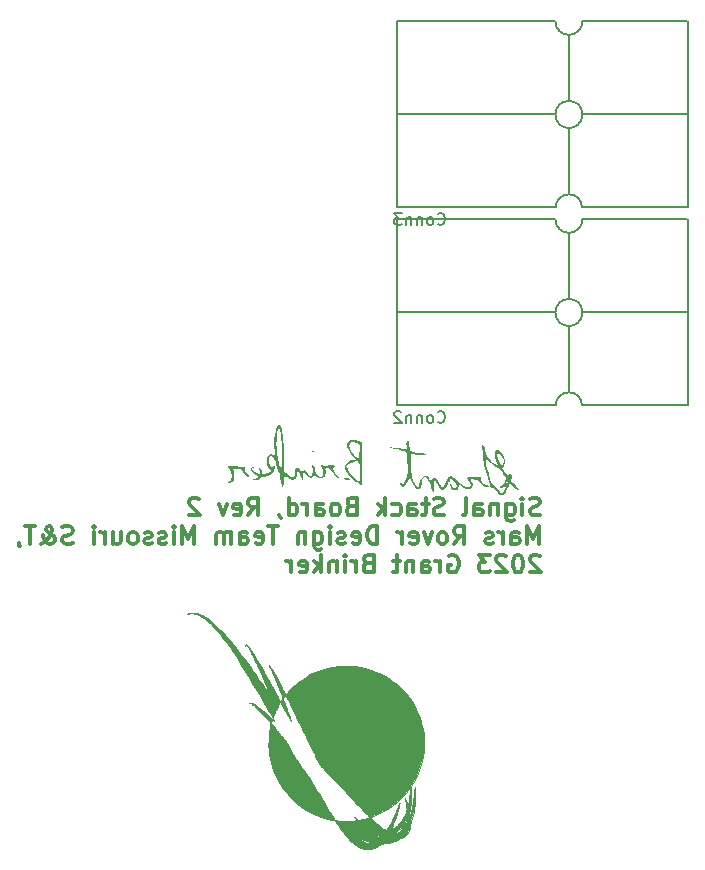
<source format=gbo>
G04 #@! TF.GenerationSoftware,KiCad,Pcbnew,(6.0.7)*
G04 #@! TF.CreationDate,2023-03-21T01:18:23-05:00*
G04 #@! TF.ProjectId,SignalStack_Board,5369676e-616c-4537-9461-636b5f426f61,rev?*
G04 #@! TF.SameCoordinates,Original*
G04 #@! TF.FileFunction,Legend,Bot*
G04 #@! TF.FilePolarity,Positive*
%FSLAX46Y46*%
G04 Gerber Fmt 4.6, Leading zero omitted, Abs format (unit mm)*
G04 Created by KiCad (PCBNEW (6.0.7)) date 2023-03-21 01:18:23*
%MOMM*%
%LPD*%
G01*
G04 APERTURE LIST*
G04 Aperture macros list*
%AMRoundRect*
0 Rectangle with rounded corners*
0 $1 Rounding radius*
0 $2 $3 $4 $5 $6 $7 $8 $9 X,Y pos of 4 corners*
0 Add a 4 corners polygon primitive as box body*
4,1,4,$2,$3,$4,$5,$6,$7,$8,$9,$2,$3,0*
0 Add four circle primitives for the rounded corners*
1,1,$1+$1,$2,$3*
1,1,$1+$1,$4,$5*
1,1,$1+$1,$6,$7*
1,1,$1+$1,$8,$9*
0 Add four rect primitives between the rounded corners*
20,1,$1+$1,$2,$3,$4,$5,0*
20,1,$1+$1,$4,$5,$6,$7,0*
20,1,$1+$1,$6,$7,$8,$9,0*
20,1,$1+$1,$8,$9,$2,$3,0*%
G04 Aperture macros list end*
%ADD10C,0.300000*%
%ADD11C,0.150000*%
%ADD12C,0.010000*%
%ADD13RoundRect,0.250000X0.620000X0.620000X-0.620000X0.620000X-0.620000X-0.620000X0.620000X-0.620000X0*%
%ADD14C,1.740000*%
%ADD15C,2.946400*%
%ADD16C,1.100000*%
%ADD17C,1.400000*%
%ADD18C,4.000000*%
%ADD19C,2.000000*%
%ADD20C,1.308000*%
%ADD21C,1.208000*%
%ADD22R,1.358000X1.358000*%
%ADD23C,1.358000*%
%ADD24C,1.524000*%
%ADD25O,5.100000X3.000000*%
%ADD26O,3.000000X5.100000*%
G04 APERTURE END LIST*
D10*
X179605285Y-109444142D02*
X179391000Y-109515571D01*
X179033857Y-109515571D01*
X178891000Y-109444142D01*
X178819571Y-109372714D01*
X178748142Y-109229857D01*
X178748142Y-109087000D01*
X178819571Y-108944142D01*
X178891000Y-108872714D01*
X179033857Y-108801285D01*
X179319571Y-108729857D01*
X179462428Y-108658428D01*
X179533857Y-108587000D01*
X179605285Y-108444142D01*
X179605285Y-108301285D01*
X179533857Y-108158428D01*
X179462428Y-108087000D01*
X179319571Y-108015571D01*
X178962428Y-108015571D01*
X178748142Y-108087000D01*
X178105285Y-109515571D02*
X178105285Y-108515571D01*
X178105285Y-108015571D02*
X178176714Y-108087000D01*
X178105285Y-108158428D01*
X178033857Y-108087000D01*
X178105285Y-108015571D01*
X178105285Y-108158428D01*
X176748142Y-108515571D02*
X176748142Y-109729857D01*
X176819571Y-109872714D01*
X176891000Y-109944142D01*
X177033857Y-110015571D01*
X177248142Y-110015571D01*
X177391000Y-109944142D01*
X176748142Y-109444142D02*
X176891000Y-109515571D01*
X177176714Y-109515571D01*
X177319571Y-109444142D01*
X177391000Y-109372714D01*
X177462428Y-109229857D01*
X177462428Y-108801285D01*
X177391000Y-108658428D01*
X177319571Y-108587000D01*
X177176714Y-108515571D01*
X176891000Y-108515571D01*
X176748142Y-108587000D01*
X176033857Y-108515571D02*
X176033857Y-109515571D01*
X176033857Y-108658428D02*
X175962428Y-108587000D01*
X175819571Y-108515571D01*
X175605285Y-108515571D01*
X175462428Y-108587000D01*
X175391000Y-108729857D01*
X175391000Y-109515571D01*
X174033857Y-109515571D02*
X174033857Y-108729857D01*
X174105285Y-108587000D01*
X174248142Y-108515571D01*
X174533857Y-108515571D01*
X174676714Y-108587000D01*
X174033857Y-109444142D02*
X174176714Y-109515571D01*
X174533857Y-109515571D01*
X174676714Y-109444142D01*
X174748142Y-109301285D01*
X174748142Y-109158428D01*
X174676714Y-109015571D01*
X174533857Y-108944142D01*
X174176714Y-108944142D01*
X174033857Y-108872714D01*
X173105285Y-109515571D02*
X173248142Y-109444142D01*
X173319571Y-109301285D01*
X173319571Y-108015571D01*
X171462428Y-109444142D02*
X171248142Y-109515571D01*
X170891000Y-109515571D01*
X170748142Y-109444142D01*
X170676714Y-109372714D01*
X170605285Y-109229857D01*
X170605285Y-109087000D01*
X170676714Y-108944142D01*
X170748142Y-108872714D01*
X170891000Y-108801285D01*
X171176714Y-108729857D01*
X171319571Y-108658428D01*
X171391000Y-108587000D01*
X171462428Y-108444142D01*
X171462428Y-108301285D01*
X171391000Y-108158428D01*
X171319571Y-108087000D01*
X171176714Y-108015571D01*
X170819571Y-108015571D01*
X170605285Y-108087000D01*
X170176714Y-108515571D02*
X169605285Y-108515571D01*
X169962428Y-108015571D02*
X169962428Y-109301285D01*
X169891000Y-109444142D01*
X169748142Y-109515571D01*
X169605285Y-109515571D01*
X168462428Y-109515571D02*
X168462428Y-108729857D01*
X168533857Y-108587000D01*
X168676714Y-108515571D01*
X168962428Y-108515571D01*
X169105285Y-108587000D01*
X168462428Y-109444142D02*
X168605285Y-109515571D01*
X168962428Y-109515571D01*
X169105285Y-109444142D01*
X169176714Y-109301285D01*
X169176714Y-109158428D01*
X169105285Y-109015571D01*
X168962428Y-108944142D01*
X168605285Y-108944142D01*
X168462428Y-108872714D01*
X167105285Y-109444142D02*
X167248142Y-109515571D01*
X167533857Y-109515571D01*
X167676714Y-109444142D01*
X167748142Y-109372714D01*
X167819571Y-109229857D01*
X167819571Y-108801285D01*
X167748142Y-108658428D01*
X167676714Y-108587000D01*
X167533857Y-108515571D01*
X167248142Y-108515571D01*
X167105285Y-108587000D01*
X166462428Y-109515571D02*
X166462428Y-108015571D01*
X166319571Y-108944142D02*
X165891000Y-109515571D01*
X165891000Y-108515571D02*
X166462428Y-109087000D01*
X163605285Y-108729857D02*
X163391000Y-108801285D01*
X163319571Y-108872714D01*
X163248142Y-109015571D01*
X163248142Y-109229857D01*
X163319571Y-109372714D01*
X163391000Y-109444142D01*
X163533857Y-109515571D01*
X164105285Y-109515571D01*
X164105285Y-108015571D01*
X163605285Y-108015571D01*
X163462428Y-108087000D01*
X163391000Y-108158428D01*
X163319571Y-108301285D01*
X163319571Y-108444142D01*
X163391000Y-108587000D01*
X163462428Y-108658428D01*
X163605285Y-108729857D01*
X164105285Y-108729857D01*
X162391000Y-109515571D02*
X162533857Y-109444142D01*
X162605285Y-109372714D01*
X162676714Y-109229857D01*
X162676714Y-108801285D01*
X162605285Y-108658428D01*
X162533857Y-108587000D01*
X162391000Y-108515571D01*
X162176714Y-108515571D01*
X162033857Y-108587000D01*
X161962428Y-108658428D01*
X161891000Y-108801285D01*
X161891000Y-109229857D01*
X161962428Y-109372714D01*
X162033857Y-109444142D01*
X162176714Y-109515571D01*
X162391000Y-109515571D01*
X160605285Y-109515571D02*
X160605285Y-108729857D01*
X160676714Y-108587000D01*
X160819571Y-108515571D01*
X161105285Y-108515571D01*
X161248142Y-108587000D01*
X160605285Y-109444142D02*
X160748142Y-109515571D01*
X161105285Y-109515571D01*
X161248142Y-109444142D01*
X161319571Y-109301285D01*
X161319571Y-109158428D01*
X161248142Y-109015571D01*
X161105285Y-108944142D01*
X160748142Y-108944142D01*
X160605285Y-108872714D01*
X159891000Y-109515571D02*
X159891000Y-108515571D01*
X159891000Y-108801285D02*
X159819571Y-108658428D01*
X159748142Y-108587000D01*
X159605285Y-108515571D01*
X159462428Y-108515571D01*
X158319571Y-109515571D02*
X158319571Y-108015571D01*
X158319571Y-109444142D02*
X158462428Y-109515571D01*
X158748142Y-109515571D01*
X158891000Y-109444142D01*
X158962428Y-109372714D01*
X159033857Y-109229857D01*
X159033857Y-108801285D01*
X158962428Y-108658428D01*
X158891000Y-108587000D01*
X158748142Y-108515571D01*
X158462428Y-108515571D01*
X158319571Y-108587000D01*
X157533857Y-109444142D02*
X157533857Y-109515571D01*
X157605285Y-109658428D01*
X157676714Y-109729857D01*
X154891000Y-109515571D02*
X155391000Y-108801285D01*
X155748142Y-109515571D02*
X155748142Y-108015571D01*
X155176714Y-108015571D01*
X155033857Y-108087000D01*
X154962428Y-108158428D01*
X154891000Y-108301285D01*
X154891000Y-108515571D01*
X154962428Y-108658428D01*
X155033857Y-108729857D01*
X155176714Y-108801285D01*
X155748142Y-108801285D01*
X153676714Y-109444142D02*
X153819571Y-109515571D01*
X154105285Y-109515571D01*
X154248142Y-109444142D01*
X154319571Y-109301285D01*
X154319571Y-108729857D01*
X154248142Y-108587000D01*
X154105285Y-108515571D01*
X153819571Y-108515571D01*
X153676714Y-108587000D01*
X153605285Y-108729857D01*
X153605285Y-108872714D01*
X154319571Y-109015571D01*
X153105285Y-108515571D02*
X152748142Y-109515571D01*
X152391000Y-108515571D01*
X150748142Y-108158428D02*
X150676714Y-108087000D01*
X150533857Y-108015571D01*
X150176714Y-108015571D01*
X150033857Y-108087000D01*
X149962428Y-108158428D01*
X149891000Y-108301285D01*
X149891000Y-108444142D01*
X149962428Y-108658428D01*
X150819571Y-109515571D01*
X149891000Y-109515571D01*
X179533857Y-111930571D02*
X179533857Y-110430571D01*
X179033857Y-111502000D01*
X178533857Y-110430571D01*
X178533857Y-111930571D01*
X177176714Y-111930571D02*
X177176714Y-111144857D01*
X177248142Y-111002000D01*
X177391000Y-110930571D01*
X177676714Y-110930571D01*
X177819571Y-111002000D01*
X177176714Y-111859142D02*
X177319571Y-111930571D01*
X177676714Y-111930571D01*
X177819571Y-111859142D01*
X177891000Y-111716285D01*
X177891000Y-111573428D01*
X177819571Y-111430571D01*
X177676714Y-111359142D01*
X177319571Y-111359142D01*
X177176714Y-111287714D01*
X176462428Y-111930571D02*
X176462428Y-110930571D01*
X176462428Y-111216285D02*
X176391000Y-111073428D01*
X176319571Y-111002000D01*
X176176714Y-110930571D01*
X176033857Y-110930571D01*
X175605285Y-111859142D02*
X175462428Y-111930571D01*
X175176714Y-111930571D01*
X175033857Y-111859142D01*
X174962428Y-111716285D01*
X174962428Y-111644857D01*
X175033857Y-111502000D01*
X175176714Y-111430571D01*
X175391000Y-111430571D01*
X175533857Y-111359142D01*
X175605285Y-111216285D01*
X175605285Y-111144857D01*
X175533857Y-111002000D01*
X175391000Y-110930571D01*
X175176714Y-110930571D01*
X175033857Y-111002000D01*
X172319571Y-111930571D02*
X172819571Y-111216285D01*
X173176714Y-111930571D02*
X173176714Y-110430571D01*
X172605285Y-110430571D01*
X172462428Y-110502000D01*
X172391000Y-110573428D01*
X172319571Y-110716285D01*
X172319571Y-110930571D01*
X172391000Y-111073428D01*
X172462428Y-111144857D01*
X172605285Y-111216285D01*
X173176714Y-111216285D01*
X171462428Y-111930571D02*
X171605285Y-111859142D01*
X171676714Y-111787714D01*
X171748142Y-111644857D01*
X171748142Y-111216285D01*
X171676714Y-111073428D01*
X171605285Y-111002000D01*
X171462428Y-110930571D01*
X171248142Y-110930571D01*
X171105285Y-111002000D01*
X171033857Y-111073428D01*
X170962428Y-111216285D01*
X170962428Y-111644857D01*
X171033857Y-111787714D01*
X171105285Y-111859142D01*
X171248142Y-111930571D01*
X171462428Y-111930571D01*
X170462428Y-110930571D02*
X170105285Y-111930571D01*
X169748142Y-110930571D01*
X168605285Y-111859142D02*
X168748142Y-111930571D01*
X169033857Y-111930571D01*
X169176714Y-111859142D01*
X169248142Y-111716285D01*
X169248142Y-111144857D01*
X169176714Y-111002000D01*
X169033857Y-110930571D01*
X168748142Y-110930571D01*
X168605285Y-111002000D01*
X168533857Y-111144857D01*
X168533857Y-111287714D01*
X169248142Y-111430571D01*
X167891000Y-111930571D02*
X167891000Y-110930571D01*
X167891000Y-111216285D02*
X167819571Y-111073428D01*
X167748142Y-111002000D01*
X167605285Y-110930571D01*
X167462428Y-110930571D01*
X165819571Y-111930571D02*
X165819571Y-110430571D01*
X165462428Y-110430571D01*
X165248142Y-110502000D01*
X165105285Y-110644857D01*
X165033857Y-110787714D01*
X164962428Y-111073428D01*
X164962428Y-111287714D01*
X165033857Y-111573428D01*
X165105285Y-111716285D01*
X165248142Y-111859142D01*
X165462428Y-111930571D01*
X165819571Y-111930571D01*
X163748142Y-111859142D02*
X163891000Y-111930571D01*
X164176714Y-111930571D01*
X164319571Y-111859142D01*
X164391000Y-111716285D01*
X164391000Y-111144857D01*
X164319571Y-111002000D01*
X164176714Y-110930571D01*
X163891000Y-110930571D01*
X163748142Y-111002000D01*
X163676714Y-111144857D01*
X163676714Y-111287714D01*
X164391000Y-111430571D01*
X163105285Y-111859142D02*
X162962428Y-111930571D01*
X162676714Y-111930571D01*
X162533857Y-111859142D01*
X162462428Y-111716285D01*
X162462428Y-111644857D01*
X162533857Y-111502000D01*
X162676714Y-111430571D01*
X162891000Y-111430571D01*
X163033857Y-111359142D01*
X163105285Y-111216285D01*
X163105285Y-111144857D01*
X163033857Y-111002000D01*
X162891000Y-110930571D01*
X162676714Y-110930571D01*
X162533857Y-111002000D01*
X161819571Y-111930571D02*
X161819571Y-110930571D01*
X161819571Y-110430571D02*
X161891000Y-110502000D01*
X161819571Y-110573428D01*
X161748142Y-110502000D01*
X161819571Y-110430571D01*
X161819571Y-110573428D01*
X160462428Y-110930571D02*
X160462428Y-112144857D01*
X160533857Y-112287714D01*
X160605285Y-112359142D01*
X160748142Y-112430571D01*
X160962428Y-112430571D01*
X161105285Y-112359142D01*
X160462428Y-111859142D02*
X160605285Y-111930571D01*
X160891000Y-111930571D01*
X161033857Y-111859142D01*
X161105285Y-111787714D01*
X161176714Y-111644857D01*
X161176714Y-111216285D01*
X161105285Y-111073428D01*
X161033857Y-111002000D01*
X160891000Y-110930571D01*
X160605285Y-110930571D01*
X160462428Y-111002000D01*
X159748142Y-110930571D02*
X159748142Y-111930571D01*
X159748142Y-111073428D02*
X159676714Y-111002000D01*
X159533857Y-110930571D01*
X159319571Y-110930571D01*
X159176714Y-111002000D01*
X159105285Y-111144857D01*
X159105285Y-111930571D01*
X157462428Y-110430571D02*
X156605285Y-110430571D01*
X157033857Y-111930571D02*
X157033857Y-110430571D01*
X155533857Y-111859142D02*
X155676714Y-111930571D01*
X155962428Y-111930571D01*
X156105285Y-111859142D01*
X156176714Y-111716285D01*
X156176714Y-111144857D01*
X156105285Y-111002000D01*
X155962428Y-110930571D01*
X155676714Y-110930571D01*
X155533857Y-111002000D01*
X155462428Y-111144857D01*
X155462428Y-111287714D01*
X156176714Y-111430571D01*
X154176714Y-111930571D02*
X154176714Y-111144857D01*
X154248142Y-111002000D01*
X154391000Y-110930571D01*
X154676714Y-110930571D01*
X154819571Y-111002000D01*
X154176714Y-111859142D02*
X154319571Y-111930571D01*
X154676714Y-111930571D01*
X154819571Y-111859142D01*
X154891000Y-111716285D01*
X154891000Y-111573428D01*
X154819571Y-111430571D01*
X154676714Y-111359142D01*
X154319571Y-111359142D01*
X154176714Y-111287714D01*
X153462428Y-111930571D02*
X153462428Y-110930571D01*
X153462428Y-111073428D02*
X153391000Y-111002000D01*
X153248142Y-110930571D01*
X153033857Y-110930571D01*
X152891000Y-111002000D01*
X152819571Y-111144857D01*
X152819571Y-111930571D01*
X152819571Y-111144857D02*
X152748142Y-111002000D01*
X152605285Y-110930571D01*
X152391000Y-110930571D01*
X152248142Y-111002000D01*
X152176714Y-111144857D01*
X152176714Y-111930571D01*
X150319571Y-111930571D02*
X150319571Y-110430571D01*
X149819571Y-111502000D01*
X149319571Y-110430571D01*
X149319571Y-111930571D01*
X148605285Y-111930571D02*
X148605285Y-110930571D01*
X148605285Y-110430571D02*
X148676714Y-110502000D01*
X148605285Y-110573428D01*
X148533857Y-110502000D01*
X148605285Y-110430571D01*
X148605285Y-110573428D01*
X147962428Y-111859142D02*
X147819571Y-111930571D01*
X147533857Y-111930571D01*
X147391000Y-111859142D01*
X147319571Y-111716285D01*
X147319571Y-111644857D01*
X147391000Y-111502000D01*
X147533857Y-111430571D01*
X147748142Y-111430571D01*
X147891000Y-111359142D01*
X147962428Y-111216285D01*
X147962428Y-111144857D01*
X147891000Y-111002000D01*
X147748142Y-110930571D01*
X147533857Y-110930571D01*
X147391000Y-111002000D01*
X146748142Y-111859142D02*
X146605285Y-111930571D01*
X146319571Y-111930571D01*
X146176714Y-111859142D01*
X146105285Y-111716285D01*
X146105285Y-111644857D01*
X146176714Y-111502000D01*
X146319571Y-111430571D01*
X146533857Y-111430571D01*
X146676714Y-111359142D01*
X146748142Y-111216285D01*
X146748142Y-111144857D01*
X146676714Y-111002000D01*
X146533857Y-110930571D01*
X146319571Y-110930571D01*
X146176714Y-111002000D01*
X145248142Y-111930571D02*
X145391000Y-111859142D01*
X145462428Y-111787714D01*
X145533857Y-111644857D01*
X145533857Y-111216285D01*
X145462428Y-111073428D01*
X145391000Y-111002000D01*
X145248142Y-110930571D01*
X145033857Y-110930571D01*
X144891000Y-111002000D01*
X144819571Y-111073428D01*
X144748142Y-111216285D01*
X144748142Y-111644857D01*
X144819571Y-111787714D01*
X144891000Y-111859142D01*
X145033857Y-111930571D01*
X145248142Y-111930571D01*
X143462428Y-110930571D02*
X143462428Y-111930571D01*
X144105285Y-110930571D02*
X144105285Y-111716285D01*
X144033857Y-111859142D01*
X143891000Y-111930571D01*
X143676714Y-111930571D01*
X143533857Y-111859142D01*
X143462428Y-111787714D01*
X142748142Y-111930571D02*
X142748142Y-110930571D01*
X142748142Y-111216285D02*
X142676714Y-111073428D01*
X142605285Y-111002000D01*
X142462428Y-110930571D01*
X142319571Y-110930571D01*
X141819571Y-111930571D02*
X141819571Y-110930571D01*
X141819571Y-110430571D02*
X141891000Y-110502000D01*
X141819571Y-110573428D01*
X141748142Y-110502000D01*
X141819571Y-110430571D01*
X141819571Y-110573428D01*
X140033857Y-111859142D02*
X139819571Y-111930571D01*
X139462428Y-111930571D01*
X139319571Y-111859142D01*
X139248142Y-111787714D01*
X139176714Y-111644857D01*
X139176714Y-111502000D01*
X139248142Y-111359142D01*
X139319571Y-111287714D01*
X139462428Y-111216285D01*
X139748142Y-111144857D01*
X139891000Y-111073428D01*
X139962428Y-111002000D01*
X140033857Y-110859142D01*
X140033857Y-110716285D01*
X139962428Y-110573428D01*
X139891000Y-110502000D01*
X139748142Y-110430571D01*
X139391000Y-110430571D01*
X139176714Y-110502000D01*
X137319571Y-111930571D02*
X137391000Y-111930571D01*
X137533857Y-111859142D01*
X137748142Y-111644857D01*
X138105285Y-111216285D01*
X138248142Y-111002000D01*
X138319571Y-110787714D01*
X138319571Y-110644857D01*
X138248142Y-110502000D01*
X138105285Y-110430571D01*
X138033857Y-110430571D01*
X137891000Y-110502000D01*
X137819571Y-110644857D01*
X137819571Y-110716285D01*
X137891000Y-110859142D01*
X137962428Y-110930571D01*
X138391000Y-111216285D01*
X138462428Y-111287714D01*
X138533857Y-111430571D01*
X138533857Y-111644857D01*
X138462428Y-111787714D01*
X138391000Y-111859142D01*
X138248142Y-111930571D01*
X138033857Y-111930571D01*
X137891000Y-111859142D01*
X137819571Y-111787714D01*
X137605285Y-111502000D01*
X137533857Y-111287714D01*
X137533857Y-111144857D01*
X136891000Y-110430571D02*
X136033857Y-110430571D01*
X136462428Y-111930571D02*
X136462428Y-110430571D01*
X135462428Y-111859142D02*
X135462428Y-111930571D01*
X135533857Y-112073428D01*
X135605285Y-112144857D01*
X179605285Y-112988428D02*
X179533857Y-112917000D01*
X179391000Y-112845571D01*
X179033857Y-112845571D01*
X178891000Y-112917000D01*
X178819571Y-112988428D01*
X178748142Y-113131285D01*
X178748142Y-113274142D01*
X178819571Y-113488428D01*
X179676714Y-114345571D01*
X178748142Y-114345571D01*
X177819571Y-112845571D02*
X177676714Y-112845571D01*
X177533857Y-112917000D01*
X177462428Y-112988428D01*
X177391000Y-113131285D01*
X177319571Y-113417000D01*
X177319571Y-113774142D01*
X177391000Y-114059857D01*
X177462428Y-114202714D01*
X177533857Y-114274142D01*
X177676714Y-114345571D01*
X177819571Y-114345571D01*
X177962428Y-114274142D01*
X178033857Y-114202714D01*
X178105285Y-114059857D01*
X178176714Y-113774142D01*
X178176714Y-113417000D01*
X178105285Y-113131285D01*
X178033857Y-112988428D01*
X177962428Y-112917000D01*
X177819571Y-112845571D01*
X176748142Y-112988428D02*
X176676714Y-112917000D01*
X176533857Y-112845571D01*
X176176714Y-112845571D01*
X176033857Y-112917000D01*
X175962428Y-112988428D01*
X175891000Y-113131285D01*
X175891000Y-113274142D01*
X175962428Y-113488428D01*
X176819571Y-114345571D01*
X175891000Y-114345571D01*
X175391000Y-112845571D02*
X174462428Y-112845571D01*
X174962428Y-113417000D01*
X174748142Y-113417000D01*
X174605285Y-113488428D01*
X174533857Y-113559857D01*
X174462428Y-113702714D01*
X174462428Y-114059857D01*
X174533857Y-114202714D01*
X174605285Y-114274142D01*
X174748142Y-114345571D01*
X175176714Y-114345571D01*
X175319571Y-114274142D01*
X175391000Y-114202714D01*
X171891000Y-112917000D02*
X172033857Y-112845571D01*
X172248142Y-112845571D01*
X172462428Y-112917000D01*
X172605285Y-113059857D01*
X172676714Y-113202714D01*
X172748142Y-113488428D01*
X172748142Y-113702714D01*
X172676714Y-113988428D01*
X172605285Y-114131285D01*
X172462428Y-114274142D01*
X172248142Y-114345571D01*
X172105285Y-114345571D01*
X171891000Y-114274142D01*
X171819571Y-114202714D01*
X171819571Y-113702714D01*
X172105285Y-113702714D01*
X171176714Y-114345571D02*
X171176714Y-113345571D01*
X171176714Y-113631285D02*
X171105285Y-113488428D01*
X171033857Y-113417000D01*
X170891000Y-113345571D01*
X170748142Y-113345571D01*
X169605285Y-114345571D02*
X169605285Y-113559857D01*
X169676714Y-113417000D01*
X169819571Y-113345571D01*
X170105285Y-113345571D01*
X170248142Y-113417000D01*
X169605285Y-114274142D02*
X169748142Y-114345571D01*
X170105285Y-114345571D01*
X170248142Y-114274142D01*
X170319571Y-114131285D01*
X170319571Y-113988428D01*
X170248142Y-113845571D01*
X170105285Y-113774142D01*
X169748142Y-113774142D01*
X169605285Y-113702714D01*
X168891000Y-113345571D02*
X168891000Y-114345571D01*
X168891000Y-113488428D02*
X168819571Y-113417000D01*
X168676714Y-113345571D01*
X168462428Y-113345571D01*
X168319571Y-113417000D01*
X168248142Y-113559857D01*
X168248142Y-114345571D01*
X167748142Y-113345571D02*
X167176714Y-113345571D01*
X167533857Y-112845571D02*
X167533857Y-114131285D01*
X167462428Y-114274142D01*
X167319571Y-114345571D01*
X167176714Y-114345571D01*
X165033857Y-113559857D02*
X164819571Y-113631285D01*
X164748142Y-113702714D01*
X164676714Y-113845571D01*
X164676714Y-114059857D01*
X164748142Y-114202714D01*
X164819571Y-114274142D01*
X164962428Y-114345571D01*
X165533857Y-114345571D01*
X165533857Y-112845571D01*
X165033857Y-112845571D01*
X164891000Y-112917000D01*
X164819571Y-112988428D01*
X164748142Y-113131285D01*
X164748142Y-113274142D01*
X164819571Y-113417000D01*
X164891000Y-113488428D01*
X165033857Y-113559857D01*
X165533857Y-113559857D01*
X164033857Y-114345571D02*
X164033857Y-113345571D01*
X164033857Y-113631285D02*
X163962428Y-113488428D01*
X163891000Y-113417000D01*
X163748142Y-113345571D01*
X163605285Y-113345571D01*
X163105285Y-114345571D02*
X163105285Y-113345571D01*
X163105285Y-112845571D02*
X163176714Y-112917000D01*
X163105285Y-112988428D01*
X163033857Y-112917000D01*
X163105285Y-112845571D01*
X163105285Y-112988428D01*
X162391000Y-113345571D02*
X162391000Y-114345571D01*
X162391000Y-113488428D02*
X162319571Y-113417000D01*
X162176714Y-113345571D01*
X161962428Y-113345571D01*
X161819571Y-113417000D01*
X161748142Y-113559857D01*
X161748142Y-114345571D01*
X161033857Y-114345571D02*
X161033857Y-112845571D01*
X160891000Y-113774142D02*
X160462428Y-114345571D01*
X160462428Y-113345571D02*
X161033857Y-113917000D01*
X159248142Y-114274142D02*
X159391000Y-114345571D01*
X159676714Y-114345571D01*
X159819571Y-114274142D01*
X159891000Y-114131285D01*
X159891000Y-113559857D01*
X159819571Y-113417000D01*
X159676714Y-113345571D01*
X159391000Y-113345571D01*
X159248142Y-113417000D01*
X159176714Y-113559857D01*
X159176714Y-113702714D01*
X159891000Y-113845571D01*
X158533857Y-114345571D02*
X158533857Y-113345571D01*
X158533857Y-113631285D02*
X158462428Y-113488428D01*
X158391000Y-113417000D01*
X158248142Y-113345571D01*
X158105285Y-113345571D01*
D11*
X170944009Y-101599142D02*
X170991628Y-101646761D01*
X171134485Y-101694380D01*
X171229723Y-101694380D01*
X171372580Y-101646761D01*
X171467819Y-101551523D01*
X171515438Y-101456285D01*
X171563057Y-101265809D01*
X171563057Y-101122952D01*
X171515438Y-100932476D01*
X171467819Y-100837238D01*
X171372580Y-100742000D01*
X171229723Y-100694380D01*
X171134485Y-100694380D01*
X170991628Y-100742000D01*
X170944009Y-100789619D01*
X170372580Y-101694380D02*
X170467819Y-101646761D01*
X170515438Y-101599142D01*
X170563057Y-101503904D01*
X170563057Y-101218190D01*
X170515438Y-101122952D01*
X170467819Y-101075333D01*
X170372580Y-101027714D01*
X170229723Y-101027714D01*
X170134485Y-101075333D01*
X170086866Y-101122952D01*
X170039247Y-101218190D01*
X170039247Y-101503904D01*
X170086866Y-101599142D01*
X170134485Y-101646761D01*
X170229723Y-101694380D01*
X170372580Y-101694380D01*
X169610676Y-101027714D02*
X169610676Y-101694380D01*
X169610676Y-101122952D02*
X169563057Y-101075333D01*
X169467819Y-101027714D01*
X169324961Y-101027714D01*
X169229723Y-101075333D01*
X169182104Y-101170571D01*
X169182104Y-101694380D01*
X168705914Y-101027714D02*
X168705914Y-101694380D01*
X168705914Y-101122952D02*
X168658295Y-101075333D01*
X168563057Y-101027714D01*
X168420200Y-101027714D01*
X168324961Y-101075333D01*
X168277342Y-101170571D01*
X168277342Y-101694380D01*
X167848771Y-100789619D02*
X167801152Y-100742000D01*
X167705914Y-100694380D01*
X167467819Y-100694380D01*
X167372580Y-100742000D01*
X167324961Y-100789619D01*
X167277342Y-100884857D01*
X167277342Y-100980095D01*
X167324961Y-101122952D01*
X167896390Y-101694380D01*
X167277342Y-101694380D01*
X170944009Y-84835142D02*
X170991628Y-84882761D01*
X171134485Y-84930380D01*
X171229723Y-84930380D01*
X171372580Y-84882761D01*
X171467819Y-84787523D01*
X171515438Y-84692285D01*
X171563057Y-84501809D01*
X171563057Y-84358952D01*
X171515438Y-84168476D01*
X171467819Y-84073238D01*
X171372580Y-83978000D01*
X171229723Y-83930380D01*
X171134485Y-83930380D01*
X170991628Y-83978000D01*
X170944009Y-84025619D01*
X170372580Y-84930380D02*
X170467819Y-84882761D01*
X170515438Y-84835142D01*
X170563057Y-84739904D01*
X170563057Y-84454190D01*
X170515438Y-84358952D01*
X170467819Y-84311333D01*
X170372580Y-84263714D01*
X170229723Y-84263714D01*
X170134485Y-84311333D01*
X170086866Y-84358952D01*
X170039247Y-84454190D01*
X170039247Y-84739904D01*
X170086866Y-84835142D01*
X170134485Y-84882761D01*
X170229723Y-84930380D01*
X170372580Y-84930380D01*
X169610676Y-84263714D02*
X169610676Y-84930380D01*
X169610676Y-84358952D02*
X169563057Y-84311333D01*
X169467819Y-84263714D01*
X169324961Y-84263714D01*
X169229723Y-84311333D01*
X169182104Y-84406571D01*
X169182104Y-84930380D01*
X168705914Y-84263714D02*
X168705914Y-84930380D01*
X168705914Y-84358952D02*
X168658295Y-84311333D01*
X168563057Y-84263714D01*
X168420200Y-84263714D01*
X168324961Y-84311333D01*
X168277342Y-84406571D01*
X168277342Y-84930380D01*
X167896390Y-83930380D02*
X167277342Y-83930380D01*
X167610676Y-84311333D01*
X167467819Y-84311333D01*
X167372580Y-84358952D01*
X167324961Y-84406571D01*
X167277342Y-84501809D01*
X167277342Y-84739904D01*
X167324961Y-84835142D01*
X167372580Y-84882761D01*
X167467819Y-84930380D01*
X167753533Y-84930380D01*
X167848771Y-84882761D01*
X167896390Y-84835142D01*
G36*
X158543111Y-126930035D02*
G01*
X158533087Y-126940059D01*
X158523063Y-126930035D01*
X158533087Y-126920012D01*
X158543111Y-126930035D01*
G37*
D12*
X158543111Y-126930035D02*
X158533087Y-126940059D01*
X158523063Y-126930035D01*
X158533087Y-126920012D01*
X158543111Y-126930035D01*
G36*
X150359659Y-117754679D02*
G01*
X150380833Y-117757279D01*
X150504078Y-117777193D01*
X150621285Y-117806091D01*
X150742324Y-117847257D01*
X150877065Y-117903975D01*
X151035376Y-117979529D01*
X151036774Y-117980224D01*
X151249154Y-118096762D01*
X151470170Y-118239801D01*
X151700578Y-118410128D01*
X151941137Y-118608534D01*
X152192601Y-118835807D01*
X152455728Y-119092736D01*
X152731275Y-119380110D01*
X153019998Y-119698718D01*
X153322655Y-120049350D01*
X153640000Y-120432794D01*
X153972793Y-120849839D01*
X154321788Y-121301274D01*
X154687743Y-121787888D01*
X154708900Y-121816523D01*
X154783896Y-121919508D01*
X154877891Y-122050246D01*
X154988137Y-122204812D01*
X155111886Y-122379281D01*
X155246391Y-122569725D01*
X155388903Y-122772221D01*
X155536675Y-122982841D01*
X155686960Y-123197659D01*
X155837008Y-123412751D01*
X155984073Y-123624190D01*
X156125407Y-123828050D01*
X156258261Y-124020405D01*
X156379888Y-124197331D01*
X156487540Y-124354900D01*
X156578470Y-124489187D01*
X156633017Y-124569958D01*
X156703261Y-124673057D01*
X156763676Y-124760660D01*
X156811153Y-124828307D01*
X156842582Y-124871534D01*
X156854856Y-124885879D01*
X156854096Y-124881635D01*
X156841142Y-124847166D01*
X156813779Y-124780911D01*
X156773475Y-124686170D01*
X156721698Y-124566241D01*
X156659914Y-124424424D01*
X156589591Y-124264018D01*
X156512197Y-124088322D01*
X156429200Y-123900637D01*
X156342066Y-123704261D01*
X156252264Y-123502493D01*
X156161260Y-123298634D01*
X156070522Y-123095981D01*
X155981519Y-122897836D01*
X155895716Y-122707496D01*
X155814582Y-122528261D01*
X155739585Y-122363431D01*
X155672191Y-122216305D01*
X155613868Y-122090182D01*
X155566084Y-121988362D01*
X155517564Y-121886522D01*
X155381607Y-121605958D01*
X155255717Y-121353521D01*
X155140526Y-121130335D01*
X155036670Y-120937527D01*
X154944782Y-120776221D01*
X154865496Y-120647541D01*
X154799446Y-120552614D01*
X154747266Y-120492564D01*
X154709590Y-120468515D01*
X154709114Y-120468430D01*
X154673173Y-120481563D01*
X154634488Y-120528550D01*
X154629364Y-120536682D01*
X154605080Y-120564969D01*
X154593785Y-120560765D01*
X154597201Y-120529281D01*
X154617047Y-120475730D01*
X154638458Y-120444126D01*
X154684534Y-120424966D01*
X154745284Y-120440797D01*
X154819286Y-120490827D01*
X154905117Y-120574260D01*
X155001355Y-120690303D01*
X155070059Y-120785026D01*
X155161020Y-120919979D01*
X155266965Y-121085052D01*
X155386166Y-121277346D01*
X155516895Y-121493962D01*
X155657424Y-121731999D01*
X155806024Y-121988559D01*
X155960967Y-122260741D01*
X156120525Y-122545646D01*
X156282968Y-122840375D01*
X156317920Y-122904269D01*
X156418177Y-123087289D01*
X156524721Y-123281465D01*
X156632454Y-123477526D01*
X156736281Y-123666200D01*
X156831104Y-123838217D01*
X156911827Y-123984305D01*
X156967436Y-124085017D01*
X157059051Y-124251770D01*
X157153828Y-124425138D01*
X157246095Y-124594714D01*
X157330180Y-124750087D01*
X157400412Y-124880851D01*
X157430234Y-124936459D01*
X157489177Y-125044939D01*
X157540837Y-125138134D01*
X157582361Y-125211000D01*
X157610897Y-125258489D01*
X157623590Y-125275555D01*
X157625675Y-125274712D01*
X157645924Y-125252624D01*
X157680006Y-125206621D01*
X157721822Y-125144819D01*
X157733093Y-125127849D01*
X157773540Y-125072479D01*
X157805255Y-125037386D01*
X157822164Y-125029546D01*
X157823024Y-125030931D01*
X157835181Y-125059222D01*
X157859287Y-125120030D01*
X157893744Y-125209105D01*
X157936959Y-125322198D01*
X157987335Y-125455057D01*
X158043277Y-125603433D01*
X158103188Y-125763076D01*
X158165474Y-125929736D01*
X158228539Y-126099163D01*
X158290786Y-126267107D01*
X158350620Y-126429317D01*
X158406446Y-126581544D01*
X158456668Y-126719538D01*
X158477348Y-126778184D01*
X158498025Y-126841615D01*
X158508681Y-126881140D01*
X158507291Y-126889940D01*
X158505579Y-126887708D01*
X158486974Y-126857564D01*
X158452106Y-126797510D01*
X158403371Y-126711855D01*
X158343166Y-126604907D01*
X158273887Y-126480974D01*
X158197932Y-126344364D01*
X158117697Y-126199386D01*
X158035578Y-126050346D01*
X157953972Y-125901554D01*
X157875277Y-125757318D01*
X157801888Y-125621945D01*
X157756437Y-125538734D01*
X157706637Y-125449947D01*
X157665612Y-125379461D01*
X157636696Y-125332984D01*
X157623226Y-125316223D01*
X157617676Y-125318577D01*
X157592129Y-125348025D01*
X157553598Y-125407235D01*
X157504629Y-125491212D01*
X157447767Y-125594962D01*
X157385559Y-125713490D01*
X157320550Y-125841801D01*
X157255287Y-125974899D01*
X157192316Y-126107792D01*
X157134182Y-126235482D01*
X157083432Y-126352977D01*
X157042612Y-126455280D01*
X156964785Y-126662135D01*
X156914355Y-126575564D01*
X156913524Y-126574135D01*
X156887118Y-126527974D01*
X156845436Y-126454244D01*
X156792481Y-126360068D01*
X156732262Y-126252571D01*
X156668785Y-126138879D01*
X156666430Y-126134655D01*
X156592827Y-126003754D01*
X156506086Y-125851192D01*
X156413291Y-125689325D01*
X156321523Y-125530510D01*
X156237865Y-125387103D01*
X156153873Y-125243373D01*
X156058147Y-125078458D01*
X155959828Y-124908150D01*
X155866591Y-124745746D01*
X155786114Y-124604542D01*
X155697063Y-124448254D01*
X155343230Y-123840898D01*
X154968496Y-123218057D01*
X154578886Y-122589783D01*
X154408035Y-122318793D01*
X154204730Y-121997876D01*
X154018716Y-121706377D01*
X153848076Y-121441524D01*
X153690893Y-121200545D01*
X153545249Y-120980669D01*
X153409227Y-120779123D01*
X153280908Y-120593136D01*
X153158377Y-120419936D01*
X153039714Y-120256751D01*
X152923003Y-120100810D01*
X152806326Y-119949339D01*
X152687766Y-119799569D01*
X152565405Y-119648726D01*
X152437326Y-119494039D01*
X152299078Y-119330949D01*
X152021640Y-119019476D01*
X151757049Y-118744738D01*
X151504584Y-118506149D01*
X151263524Y-118303123D01*
X151033150Y-118135073D01*
X150812741Y-118001412D01*
X150601576Y-117901555D01*
X150398937Y-117834916D01*
X150391756Y-117833134D01*
X150217863Y-117806629D01*
X150021804Y-117805066D01*
X149812487Y-117828541D01*
X149752345Y-117838715D01*
X149817747Y-117808407D01*
X149834044Y-117801351D01*
X149940883Y-117770290D01*
X150072104Y-117751364D01*
X150215699Y-117745764D01*
X150359659Y-117754679D01*
G37*
X150359659Y-117754679D02*
X150380833Y-117757279D01*
X150504078Y-117777193D01*
X150621285Y-117806091D01*
X150742324Y-117847257D01*
X150877065Y-117903975D01*
X151035376Y-117979529D01*
X151036774Y-117980224D01*
X151249154Y-118096762D01*
X151470170Y-118239801D01*
X151700578Y-118410128D01*
X151941137Y-118608534D01*
X152192601Y-118835807D01*
X152455728Y-119092736D01*
X152731275Y-119380110D01*
X153019998Y-119698718D01*
X153322655Y-120049350D01*
X153640000Y-120432794D01*
X153972793Y-120849839D01*
X154321788Y-121301274D01*
X154687743Y-121787888D01*
X154708900Y-121816523D01*
X154783896Y-121919508D01*
X154877891Y-122050246D01*
X154988137Y-122204812D01*
X155111886Y-122379281D01*
X155246391Y-122569725D01*
X155388903Y-122772221D01*
X155536675Y-122982841D01*
X155686960Y-123197659D01*
X155837008Y-123412751D01*
X155984073Y-123624190D01*
X156125407Y-123828050D01*
X156258261Y-124020405D01*
X156379888Y-124197331D01*
X156487540Y-124354900D01*
X156578470Y-124489187D01*
X156633017Y-124569958D01*
X156703261Y-124673057D01*
X156763676Y-124760660D01*
X156811153Y-124828307D01*
X156842582Y-124871534D01*
X156854856Y-124885879D01*
X156854096Y-124881635D01*
X156841142Y-124847166D01*
X156813779Y-124780911D01*
X156773475Y-124686170D01*
X156721698Y-124566241D01*
X156659914Y-124424424D01*
X156589591Y-124264018D01*
X156512197Y-124088322D01*
X156429200Y-123900637D01*
X156342066Y-123704261D01*
X156252264Y-123502493D01*
X156161260Y-123298634D01*
X156070522Y-123095981D01*
X155981519Y-122897836D01*
X155895716Y-122707496D01*
X155814582Y-122528261D01*
X155739585Y-122363431D01*
X155672191Y-122216305D01*
X155613868Y-122090182D01*
X155566084Y-121988362D01*
X155517564Y-121886522D01*
X155381607Y-121605958D01*
X155255717Y-121353521D01*
X155140526Y-121130335D01*
X155036670Y-120937527D01*
X154944782Y-120776221D01*
X154865496Y-120647541D01*
X154799446Y-120552614D01*
X154747266Y-120492564D01*
X154709590Y-120468515D01*
X154709114Y-120468430D01*
X154673173Y-120481563D01*
X154634488Y-120528550D01*
X154629364Y-120536682D01*
X154605080Y-120564969D01*
X154593785Y-120560765D01*
X154597201Y-120529281D01*
X154617047Y-120475730D01*
X154638458Y-120444126D01*
X154684534Y-120424966D01*
X154745284Y-120440797D01*
X154819286Y-120490827D01*
X154905117Y-120574260D01*
X155001355Y-120690303D01*
X155070059Y-120785026D01*
X155161020Y-120919979D01*
X155266965Y-121085052D01*
X155386166Y-121277346D01*
X155516895Y-121493962D01*
X155657424Y-121731999D01*
X155806024Y-121988559D01*
X155960967Y-122260741D01*
X156120525Y-122545646D01*
X156282968Y-122840375D01*
X156317920Y-122904269D01*
X156418177Y-123087289D01*
X156524721Y-123281465D01*
X156632454Y-123477526D01*
X156736281Y-123666200D01*
X156831104Y-123838217D01*
X156911827Y-123984305D01*
X156967436Y-124085017D01*
X157059051Y-124251770D01*
X157153828Y-124425138D01*
X157246095Y-124594714D01*
X157330180Y-124750087D01*
X157400412Y-124880851D01*
X157430234Y-124936459D01*
X157489177Y-125044939D01*
X157540837Y-125138134D01*
X157582361Y-125211000D01*
X157610897Y-125258489D01*
X157623590Y-125275555D01*
X157625675Y-125274712D01*
X157645924Y-125252624D01*
X157680006Y-125206621D01*
X157721822Y-125144819D01*
X157733093Y-125127849D01*
X157773540Y-125072479D01*
X157805255Y-125037386D01*
X157822164Y-125029546D01*
X157823024Y-125030931D01*
X157835181Y-125059222D01*
X157859287Y-125120030D01*
X157893744Y-125209105D01*
X157936959Y-125322198D01*
X157987335Y-125455057D01*
X158043277Y-125603433D01*
X158103188Y-125763076D01*
X158165474Y-125929736D01*
X158228539Y-126099163D01*
X158290786Y-126267107D01*
X158350620Y-126429317D01*
X158406446Y-126581544D01*
X158456668Y-126719538D01*
X158477348Y-126778184D01*
X158498025Y-126841615D01*
X158508681Y-126881140D01*
X158507291Y-126889940D01*
X158505579Y-126887708D01*
X158486974Y-126857564D01*
X158452106Y-126797510D01*
X158403371Y-126711855D01*
X158343166Y-126604907D01*
X158273887Y-126480974D01*
X158197932Y-126344364D01*
X158117697Y-126199386D01*
X158035578Y-126050346D01*
X157953972Y-125901554D01*
X157875277Y-125757318D01*
X157801888Y-125621945D01*
X157756437Y-125538734D01*
X157706637Y-125449947D01*
X157665612Y-125379461D01*
X157636696Y-125332984D01*
X157623226Y-125316223D01*
X157617676Y-125318577D01*
X157592129Y-125348025D01*
X157553598Y-125407235D01*
X157504629Y-125491212D01*
X157447767Y-125594962D01*
X157385559Y-125713490D01*
X157320550Y-125841801D01*
X157255287Y-125974899D01*
X157192316Y-126107792D01*
X157134182Y-126235482D01*
X157083432Y-126352977D01*
X157042612Y-126455280D01*
X156964785Y-126662135D01*
X156914355Y-126575564D01*
X156913524Y-126574135D01*
X156887118Y-126527974D01*
X156845436Y-126454244D01*
X156792481Y-126360068D01*
X156732262Y-126252571D01*
X156668785Y-126138879D01*
X156666430Y-126134655D01*
X156592827Y-126003754D01*
X156506086Y-125851192D01*
X156413291Y-125689325D01*
X156321523Y-125530510D01*
X156237865Y-125387103D01*
X156153873Y-125243373D01*
X156058147Y-125078458D01*
X155959828Y-124908150D01*
X155866591Y-124745746D01*
X155786114Y-124604542D01*
X155697063Y-124448254D01*
X155343230Y-123840898D01*
X154968496Y-123218057D01*
X154578886Y-122589783D01*
X154408035Y-122318793D01*
X154204730Y-121997876D01*
X154018716Y-121706377D01*
X153848076Y-121441524D01*
X153690893Y-121200545D01*
X153545249Y-120980669D01*
X153409227Y-120779123D01*
X153280908Y-120593136D01*
X153158377Y-120419936D01*
X153039714Y-120256751D01*
X152923003Y-120100810D01*
X152806326Y-119949339D01*
X152687766Y-119799569D01*
X152565405Y-119648726D01*
X152437326Y-119494039D01*
X152299078Y-119330949D01*
X152021640Y-119019476D01*
X151757049Y-118744738D01*
X151504584Y-118506149D01*
X151263524Y-118303123D01*
X151033150Y-118135073D01*
X150812741Y-118001412D01*
X150601576Y-117901555D01*
X150398937Y-117834916D01*
X150391756Y-117833134D01*
X150217863Y-117806629D01*
X150021804Y-117805066D01*
X149812487Y-117828541D01*
X149752345Y-117838715D01*
X149817747Y-117808407D01*
X149834044Y-117801351D01*
X149940883Y-117770290D01*
X150072104Y-117751364D01*
X150215699Y-117745764D01*
X150359659Y-117754679D01*
G36*
X168691530Y-135410067D02*
G01*
X168688574Y-135418236D01*
X168658248Y-135515630D01*
X168633474Y-135617851D01*
X168619368Y-135704057D01*
X168617737Y-135719891D01*
X168577371Y-135957610D01*
X168510320Y-136171931D01*
X168417927Y-136360581D01*
X168301532Y-136521286D01*
X168162739Y-136651529D01*
X168162479Y-136651773D01*
X168002109Y-136749769D01*
X167990449Y-136755247D01*
X167910507Y-136790128D01*
X167837141Y-136818140D01*
X167784942Y-136833648D01*
X167745365Y-136846141D01*
X167677509Y-136877361D01*
X167608476Y-136917527D01*
X167548790Y-136955030D01*
X167319769Y-137073794D01*
X167066984Y-137170775D01*
X166864504Y-137225729D01*
X166799672Y-137243325D01*
X166527070Y-137288796D01*
X166258411Y-137304542D01*
X166220187Y-137305373D01*
X166166405Y-137313942D01*
X166119101Y-137337432D01*
X166060988Y-137382686D01*
X165985699Y-137443139D01*
X165768200Y-137585947D01*
X165540512Y-137690122D01*
X165302943Y-137755514D01*
X165174802Y-137771757D01*
X165000881Y-137775585D01*
X164822981Y-137762605D01*
X164658578Y-137733416D01*
X164555798Y-137701996D01*
X164424273Y-137650296D01*
X164284900Y-137586152D01*
X164150433Y-137515470D01*
X164033628Y-137444152D01*
X163901098Y-137349649D01*
X163725490Y-137206962D01*
X163548127Y-137042275D01*
X163366750Y-136853079D01*
X163205837Y-136667667D01*
X164131386Y-136667667D01*
X164135620Y-136677608D01*
X164163890Y-136709955D01*
X164212588Y-136760744D01*
X164278107Y-136826013D01*
X164322504Y-136868788D01*
X164447736Y-136979888D01*
X164565583Y-137067152D01*
X164686856Y-137138008D01*
X164822368Y-137199881D01*
X164905206Y-137228855D01*
X165001701Y-137248279D01*
X165118644Y-137256723D01*
X165144143Y-137257388D01*
X165225350Y-137257793D01*
X165291117Y-137255649D01*
X165329141Y-137251275D01*
X165355198Y-137243137D01*
X165382952Y-137225729D01*
X165370935Y-137209821D01*
X165319367Y-137196647D01*
X165265034Y-137185591D01*
X165161799Y-137157923D01*
X165040759Y-137120021D01*
X164913058Y-137075635D01*
X164789843Y-137028511D01*
X164682259Y-136982399D01*
X164674965Y-136979013D01*
X164522569Y-136901580D01*
X164343531Y-136798954D01*
X164136323Y-136670261D01*
X164131386Y-136667667D01*
X163205837Y-136667667D01*
X163179102Y-136636862D01*
X163094290Y-136530619D01*
X165284463Y-136530619D01*
X165297537Y-136540443D01*
X165342214Y-136557911D01*
X165411238Y-136580877D01*
X165497353Y-136607195D01*
X165593304Y-136634720D01*
X165691835Y-136661304D01*
X165785691Y-136684803D01*
X165867614Y-136703070D01*
X165877462Y-136705069D01*
X165979290Y-136725204D01*
X166050264Y-136736835D01*
X166098135Y-136739725D01*
X166130657Y-136733643D01*
X166155582Y-136718352D01*
X166180662Y-136693621D01*
X166185084Y-136688913D01*
X166203823Y-136667423D01*
X166210473Y-136651529D01*
X166200388Y-136639754D01*
X166168924Y-136630619D01*
X166111434Y-136622648D01*
X166023273Y-136614362D01*
X165899797Y-136604285D01*
X165783652Y-136593733D01*
X165660336Y-136580382D01*
X165547588Y-136566192D01*
X165460129Y-136552886D01*
X165429532Y-136547648D01*
X165357698Y-136536607D01*
X165306162Y-136530521D01*
X165284479Y-136530604D01*
X165284463Y-136530619D01*
X163094290Y-136530619D01*
X162994059Y-136405060D01*
X167261086Y-136405060D01*
X167265381Y-136410457D01*
X167286084Y-136415965D01*
X167336165Y-136423428D01*
X167404042Y-136430929D01*
X167534350Y-136443355D01*
X167654634Y-136345911D01*
X167738746Y-136274115D01*
X167939860Y-136069078D01*
X168125074Y-135829385D01*
X168295662Y-135553459D01*
X168320792Y-135506613D01*
X168353788Y-135431708D01*
X168371832Y-135360117D01*
X168380693Y-135272796D01*
X168389438Y-135129404D01*
X168289792Y-135324328D01*
X168159075Y-135557448D01*
X167997460Y-135790798D01*
X167819885Y-135992005D01*
X167623146Y-136164640D01*
X167404042Y-136312275D01*
X167388143Y-136321643D01*
X167322139Y-136360696D01*
X167283163Y-136384642D01*
X167264913Y-136397942D01*
X167261086Y-136405060D01*
X162994059Y-136405060D01*
X162982927Y-136391115D01*
X162775966Y-136113328D01*
X162555963Y-135800990D01*
X162496995Y-135715293D01*
X162480074Y-135690730D01*
X164697649Y-135690730D01*
X164707673Y-135700753D01*
X164717696Y-135690730D01*
X164707673Y-135680706D01*
X164697649Y-135690730D01*
X162480074Y-135690730D01*
X162422258Y-135606800D01*
X162356519Y-135511504D01*
X162303203Y-135434366D01*
X162265739Y-135380349D01*
X162247553Y-135354416D01*
X162214756Y-135331486D01*
X162146759Y-135309362D01*
X162041374Y-135287912D01*
X161993328Y-135279467D01*
X161540636Y-135179282D01*
X161087104Y-135042636D01*
X160639401Y-134872039D01*
X160204195Y-134670005D01*
X159788155Y-134439046D01*
X159666253Y-134363448D01*
X159248341Y-134074537D01*
X158855797Y-133755726D01*
X158490033Y-133408941D01*
X158152461Y-133036108D01*
X157844493Y-132639154D01*
X157567541Y-132220005D01*
X157323016Y-131780586D01*
X157112330Y-131322823D01*
X156936896Y-130848644D01*
X156798125Y-130359974D01*
X156734664Y-130075150D01*
X156685947Y-129800661D01*
X156651596Y-129528867D01*
X156630572Y-129249401D01*
X156621836Y-128951895D01*
X156624348Y-128625984D01*
X156625033Y-128596971D01*
X156633140Y-128361466D01*
X156645912Y-128153305D01*
X156664661Y-127961155D01*
X156690697Y-127773681D01*
X156725330Y-127579550D01*
X156769871Y-127367429D01*
X156824093Y-127123212D01*
X156779908Y-127067039D01*
X156766199Y-127050530D01*
X156724409Y-127002532D01*
X156662102Y-126932347D01*
X156583390Y-126844507D01*
X156492388Y-126743542D01*
X156393208Y-126633985D01*
X156289965Y-126520369D01*
X156186772Y-126407224D01*
X156087742Y-126299082D01*
X155996988Y-126200476D01*
X155918625Y-126115938D01*
X155856765Y-126049999D01*
X155782281Y-125974355D01*
X155682322Y-125878707D01*
X155573533Y-125779348D01*
X155463304Y-125682736D01*
X155359024Y-125595331D01*
X155268081Y-125523593D01*
X155197864Y-125473981D01*
X155193916Y-125471497D01*
X155105238Y-125429078D01*
X155015863Y-125415822D01*
X154982417Y-125415382D01*
X154947241Y-125412250D01*
X154943257Y-125403095D01*
X154964658Y-125384350D01*
X154972462Y-125378970D01*
X155037296Y-125362069D01*
X155127765Y-125375026D01*
X155243174Y-125417596D01*
X155382827Y-125489532D01*
X155546031Y-125590588D01*
X155555156Y-125596641D01*
X155678290Y-125682162D01*
X155811252Y-125781680D01*
X155957030Y-125897687D01*
X156118609Y-126032674D01*
X156298976Y-126189130D01*
X156501118Y-126369548D01*
X156728020Y-126576417D01*
X156740883Y-126588240D01*
X156817391Y-126657968D01*
X156870449Y-126704025D01*
X156905210Y-126729635D01*
X156926827Y-126738017D01*
X156940453Y-126732396D01*
X156951243Y-126715994D01*
X156962752Y-126696436D01*
X156975963Y-126689523D01*
X156992741Y-126709491D01*
X157020099Y-126760915D01*
X157033703Y-126787222D01*
X157068184Y-126851229D01*
X157096212Y-126899964D01*
X157097317Y-126901787D01*
X157101516Y-126916625D01*
X157079858Y-126902811D01*
X157033593Y-126861120D01*
X156986944Y-126818839D01*
X156949328Y-126789048D01*
X156931824Y-126780930D01*
X156928898Y-126786006D01*
X156915723Y-126821308D01*
X156897265Y-126879138D01*
X156876948Y-126947712D01*
X156858196Y-127015247D01*
X156844434Y-127069958D01*
X156839086Y-127100063D01*
X156842239Y-127108336D01*
X156865934Y-127144716D01*
X156909040Y-127202515D01*
X156967026Y-127275771D01*
X157035364Y-127358517D01*
X157049240Y-127375013D01*
X157133171Y-127475400D01*
X157219265Y-127579251D01*
X157298151Y-127675224D01*
X157360456Y-127751977D01*
X157386345Y-127784057D01*
X157448540Y-127860553D01*
X157527685Y-127957412D01*
X157618303Y-128067944D01*
X157714915Y-128185462D01*
X157812043Y-128303279D01*
X157882419Y-128388972D01*
X157981109Y-128511791D01*
X158062651Y-128618058D01*
X158132953Y-128716144D01*
X158197922Y-128814420D01*
X158263468Y-128921258D01*
X158335497Y-129045031D01*
X158455534Y-129253105D01*
X158713856Y-129687860D01*
X158969097Y-130098427D01*
X159227481Y-130494454D01*
X159495233Y-130885587D01*
X159778578Y-131281473D01*
X159910895Y-131465700D01*
X160026693Y-131634514D01*
X160130053Y-131794793D01*
X160228025Y-131957471D01*
X160327654Y-132133485D01*
X160335773Y-132148158D01*
X160416922Y-132291162D01*
X160506426Y-132443431D01*
X160597521Y-132593784D01*
X160683443Y-132731036D01*
X160757428Y-132844005D01*
X160806878Y-132919083D01*
X160884655Y-133042399D01*
X160972051Y-133185549D01*
X161063776Y-133339722D01*
X161154538Y-133496109D01*
X161239046Y-133645899D01*
X161292301Y-133741349D01*
X161390460Y-133914689D01*
X161492589Y-134092130D01*
X161596527Y-134270130D01*
X161700110Y-134445147D01*
X161801178Y-134613640D01*
X161897567Y-134772066D01*
X161987118Y-134916885D01*
X162067667Y-135044553D01*
X162137052Y-135151531D01*
X162193112Y-135234275D01*
X162233685Y-135289244D01*
X162256608Y-135312897D01*
X162292458Y-135325943D01*
X162375197Y-135342733D01*
X162488738Y-135356611D01*
X162627608Y-135367540D01*
X162786333Y-135375477D01*
X162959440Y-135380383D01*
X163141455Y-135382218D01*
X163326904Y-135380942D01*
X163510316Y-135376515D01*
X163686215Y-135368897D01*
X163849129Y-135358047D01*
X163993584Y-135343926D01*
X164114107Y-135326494D01*
X164114828Y-135326365D01*
X164223366Y-135326365D01*
X164229228Y-135336239D01*
X164260599Y-135366310D01*
X164313125Y-135410869D01*
X164380638Y-135464497D01*
X164434406Y-135505849D01*
X164540429Y-135585841D01*
X164616470Y-135640612D01*
X164662277Y-135669984D01*
X164677602Y-135673781D01*
X164677301Y-135672787D01*
X164658621Y-135653659D01*
X164615868Y-135617350D01*
X164555955Y-135569149D01*
X164485798Y-135514344D01*
X164412312Y-135458224D01*
X164342411Y-135406078D01*
X164283010Y-135363193D01*
X164241023Y-135334860D01*
X164223366Y-135326365D01*
X164114828Y-135326365D01*
X164182104Y-135314325D01*
X163865684Y-135015885D01*
X164022040Y-135141314D01*
X164065872Y-135176805D01*
X164126122Y-135226821D01*
X164169461Y-135264377D01*
X164188614Y-135283274D01*
X164193454Y-135288538D01*
X164226138Y-135298031D01*
X164287684Y-135296502D01*
X164381253Y-135283716D01*
X164510004Y-135259439D01*
X164540439Y-135252986D01*
X164619215Y-135235077D01*
X164713713Y-135212494D01*
X164816114Y-135187229D01*
X164918599Y-135161276D01*
X165013350Y-135136626D01*
X165092550Y-135115274D01*
X165148379Y-135099212D01*
X165173020Y-135090433D01*
X165171687Y-135088799D01*
X165202818Y-135088799D01*
X165205111Y-135093996D01*
X165230472Y-135121480D01*
X165279515Y-135168591D01*
X165347650Y-135231265D01*
X165430286Y-135305435D01*
X165522833Y-135387038D01*
X165620700Y-135472008D01*
X165719298Y-135556280D01*
X165814036Y-135635790D01*
X165860415Y-135673781D01*
X165881106Y-135690730D01*
X165900323Y-135706472D01*
X165929959Y-135730188D01*
X166036218Y-135812988D01*
X166145602Y-135895341D01*
X166246805Y-135968836D01*
X166328523Y-136025062D01*
X166384199Y-136060151D01*
X166458271Y-136102295D01*
X166518139Y-136131117D01*
X166554473Y-136141795D01*
X166565156Y-136140900D01*
X166587794Y-136131974D01*
X166613358Y-136110377D01*
X166644500Y-136072322D01*
X166683869Y-136014020D01*
X166734117Y-135931685D01*
X166797896Y-135821527D01*
X166877855Y-135679761D01*
X166886744Y-135663868D01*
X166969017Y-135514660D01*
X167042305Y-135376868D01*
X167109876Y-135243490D01*
X167175001Y-135107521D01*
X167240950Y-134961959D01*
X167310991Y-134799799D01*
X167388396Y-134614039D01*
X167476434Y-134397675D01*
X167518425Y-134294274D01*
X167573898Y-134159766D01*
X167623186Y-134042692D01*
X167664564Y-133947018D01*
X167696310Y-133876710D01*
X167716699Y-133835733D01*
X167724008Y-133828052D01*
X167723183Y-133839479D01*
X167714096Y-133891049D01*
X167696291Y-133972186D01*
X167671391Y-134076589D01*
X167641017Y-134197956D01*
X167606792Y-134329986D01*
X167570337Y-134466378D01*
X167533276Y-134600832D01*
X167497230Y-134727045D01*
X167463821Y-134838717D01*
X167444500Y-134899645D01*
X167391932Y-135055005D01*
X167329323Y-135229537D01*
X167261032Y-135411739D01*
X167191417Y-135590110D01*
X167124836Y-135753149D01*
X167065649Y-135889355D01*
X167059550Y-135902908D01*
X167032097Y-135967744D01*
X167014762Y-136015328D01*
X167011071Y-136036170D01*
X167011558Y-136036559D01*
X167036395Y-136033032D01*
X167087220Y-136013320D01*
X167156028Y-135981474D01*
X167234812Y-135941542D01*
X167315566Y-135897573D01*
X167390283Y-135853615D01*
X167450958Y-135813717D01*
X167467636Y-135801523D01*
X167588007Y-135701321D01*
X167712276Y-135579695D01*
X167828287Y-135449266D01*
X167923885Y-135322655D01*
X167961489Y-135263284D01*
X168028846Y-135143626D01*
X168100071Y-135003783D01*
X168169854Y-134854799D01*
X168232888Y-134707721D01*
X168283863Y-134573597D01*
X168344782Y-134398690D01*
X168305754Y-134159468D01*
X168292912Y-134083576D01*
X168267948Y-133945090D01*
X168240686Y-133802071D01*
X168215089Y-133675678D01*
X168213210Y-133666747D01*
X168194572Y-133574154D01*
X168180598Y-133497427D01*
X168172613Y-133444329D01*
X168171939Y-133422622D01*
X168175665Y-133422661D01*
X168192537Y-133447897D01*
X168218755Y-133506209D01*
X168252793Y-133593757D01*
X168293126Y-133706700D01*
X168338227Y-133841198D01*
X168341890Y-133852351D01*
X168371666Y-133937557D01*
X168397838Y-134003399D01*
X168417693Y-134043553D01*
X168428517Y-134051695D01*
X168436235Y-134028264D01*
X168449589Y-133969418D01*
X168465864Y-133885018D01*
X168483744Y-133782937D01*
X168501912Y-133671044D01*
X168519053Y-133557212D01*
X168533850Y-133449311D01*
X168544986Y-133355213D01*
X168550507Y-133298757D01*
X168559202Y-133194978D01*
X168567240Y-133082457D01*
X168574273Y-132968151D01*
X168579953Y-132859022D01*
X168583930Y-132762029D01*
X168585855Y-132684131D01*
X168585381Y-132632288D01*
X168582157Y-132613461D01*
X168575202Y-132619043D01*
X168548015Y-132650130D01*
X168506264Y-132702388D01*
X168455641Y-132768828D01*
X168272593Y-133001895D01*
X167943422Y-133370152D01*
X167584524Y-133714059D01*
X167198605Y-134031616D01*
X166788373Y-134320823D01*
X166356536Y-134579678D01*
X165905800Y-134806180D01*
X165438874Y-134998330D01*
X165434364Y-134999988D01*
X165346117Y-135032742D01*
X165273129Y-135060371D01*
X165222872Y-135080011D01*
X165202818Y-135088799D01*
X165171687Y-135088799D01*
X165164843Y-135080413D01*
X165132274Y-135045264D01*
X165078353Y-134988543D01*
X165006778Y-134914109D01*
X164921243Y-134825821D01*
X164825448Y-134727540D01*
X164797124Y-134698519D01*
X164624027Y-134519465D01*
X164438875Y-134325353D01*
X164245678Y-134120552D01*
X164048449Y-133909433D01*
X163851200Y-133696364D01*
X163657943Y-133485716D01*
X163472689Y-133281856D01*
X163299450Y-133089156D01*
X163142239Y-132911984D01*
X163005066Y-132754710D01*
X162891945Y-132621703D01*
X162850351Y-132574453D01*
X162778895Y-132497656D01*
X162685539Y-132400220D01*
X162574029Y-132285953D01*
X162448108Y-132158661D01*
X162311521Y-132022150D01*
X162168012Y-131880227D01*
X162021327Y-131736697D01*
X161940003Y-131657667D01*
X161765864Y-131488987D01*
X161616056Y-131344020D01*
X161487930Y-131219325D01*
X161378840Y-131111461D01*
X161286137Y-131016984D01*
X161207174Y-130932454D01*
X161139304Y-130854429D01*
X161079878Y-130779466D01*
X161026250Y-130704124D01*
X160975772Y-130624960D01*
X160925796Y-130538534D01*
X160873674Y-130441404D01*
X160816759Y-130330126D01*
X160752404Y-130201261D01*
X160677960Y-130051365D01*
X160590781Y-129876997D01*
X160526457Y-129748917D01*
X160413455Y-129523013D01*
X160296615Y-129288275D01*
X160174722Y-129042216D01*
X160046557Y-128782347D01*
X159910904Y-128506179D01*
X159766545Y-128211225D01*
X159612264Y-127894995D01*
X159446843Y-127555002D01*
X159269065Y-127188756D01*
X159077714Y-126793769D01*
X158871572Y-126367554D01*
X158649422Y-125907620D01*
X158610836Y-125827723D01*
X158514145Y-125627841D01*
X158422925Y-125439729D01*
X158338665Y-125266431D01*
X158262854Y-125110994D01*
X158196983Y-124976461D01*
X158142540Y-124865877D01*
X158101016Y-124782287D01*
X158073900Y-124728736D01*
X158062681Y-124708269D01*
X158054592Y-124709335D01*
X158026155Y-124733788D01*
X157984173Y-124781314D01*
X157934456Y-124845688D01*
X157822010Y-124999663D01*
X157800369Y-124942434D01*
X157788687Y-124911596D01*
X157729973Y-124757893D01*
X157661545Y-124580441D01*
X157586074Y-124386041D01*
X157506232Y-124181491D01*
X157424690Y-123973592D01*
X157344120Y-123769142D01*
X157267194Y-123574941D01*
X157196583Y-123397788D01*
X157134959Y-123244483D01*
X157084994Y-123121824D01*
X157026245Y-122979770D01*
X156960255Y-122822788D01*
X156904788Y-122694823D01*
X156857592Y-122591130D01*
X156816413Y-122506959D01*
X156779000Y-122437563D01*
X156743099Y-122378196D01*
X156706457Y-122324109D01*
X156686869Y-122296375D01*
X156652728Y-122244974D01*
X156642230Y-122220811D01*
X156654716Y-122220666D01*
X156689528Y-122241320D01*
X156709660Y-122257859D01*
X156760814Y-122316354D01*
X156827065Y-122408055D01*
X156907213Y-122530887D01*
X157000059Y-122682774D01*
X157104406Y-122861643D01*
X157219054Y-123065419D01*
X157342804Y-123292027D01*
X157474458Y-123539393D01*
X157612817Y-123805442D01*
X157756682Y-124088100D01*
X157803081Y-124179958D01*
X157871003Y-124313465D01*
X157931931Y-124432075D01*
X157983678Y-124531596D01*
X158024059Y-124607833D01*
X158050886Y-124656592D01*
X158061974Y-124673681D01*
X158077160Y-124660157D01*
X158109774Y-124622745D01*
X158152187Y-124569909D01*
X158192552Y-124520996D01*
X158270386Y-124434261D01*
X158367852Y-124331326D01*
X158478867Y-124218192D01*
X158597346Y-124100860D01*
X158717207Y-123985332D01*
X158832367Y-123877609D01*
X158936741Y-123783693D01*
X159024247Y-123709585D01*
X159252368Y-123532639D01*
X159681119Y-123237368D01*
X160123871Y-122979634D01*
X160581051Y-122759261D01*
X161053088Y-122576072D01*
X161540408Y-122429891D01*
X162043438Y-122320541D01*
X162562606Y-122247846D01*
X162644193Y-122240790D01*
X162809151Y-122231912D01*
X162997497Y-122226965D01*
X163198825Y-122225868D01*
X163402728Y-122228540D01*
X163598800Y-122234902D01*
X163776635Y-122244873D01*
X163925826Y-122258372D01*
X164289644Y-122310438D01*
X164794450Y-122416478D01*
X165286122Y-122559844D01*
X165763140Y-122739872D01*
X166223984Y-122955899D01*
X166667131Y-123207264D01*
X167091062Y-123493304D01*
X167494255Y-123813355D01*
X167550612Y-123862916D01*
X167679659Y-123982901D01*
X167820171Y-124120621D01*
X167963716Y-124267369D01*
X168101863Y-124414438D01*
X168226182Y-124553120D01*
X168328241Y-124674708D01*
X168442518Y-124821503D01*
X168738195Y-125244448D01*
X168997610Y-125684421D01*
X169220800Y-126141514D01*
X169407803Y-126615817D01*
X169558657Y-127107422D01*
X169673398Y-127616419D01*
X169752064Y-128142900D01*
X169759186Y-128221821D01*
X169766752Y-128357098D01*
X169771902Y-128516483D01*
X169774636Y-128690815D01*
X169774953Y-128870932D01*
X169772855Y-129047673D01*
X169768341Y-129211877D01*
X169761410Y-129354382D01*
X169752064Y-129466026D01*
X169703699Y-129818996D01*
X169601683Y-130332065D01*
X169464118Y-130826725D01*
X169290930Y-131303201D01*
X169082043Y-131761715D01*
X168837383Y-132202490D01*
X168703344Y-132423011D01*
X168701253Y-132684131D01*
X168698129Y-133074550D01*
X168695798Y-133276458D01*
X168691038Y-133489546D01*
X168683627Y-133675006D01*
X168673007Y-133839645D01*
X168658620Y-133990269D01*
X168639907Y-134133685D01*
X168616310Y-134276699D01*
X168587270Y-134426117D01*
X168586379Y-134430470D01*
X168568042Y-134541780D01*
X168558871Y-134644958D01*
X168558880Y-134732283D01*
X168568085Y-134796033D01*
X168586500Y-134828485D01*
X168588539Y-134828418D01*
X168602364Y-134805781D01*
X168623626Y-134751668D01*
X168650470Y-134672041D01*
X168681043Y-134572857D01*
X168713488Y-134460077D01*
X168745953Y-134339659D01*
X168776584Y-134217564D01*
X168793166Y-134144639D01*
X168827416Y-133970981D01*
X168861259Y-133771566D01*
X168893510Y-133555662D01*
X168922983Y-133332543D01*
X168948494Y-133111477D01*
X168968856Y-132901738D01*
X168982884Y-132712594D01*
X168989392Y-132553319D01*
X168990611Y-132502642D01*
X168993566Y-132471337D01*
X168999705Y-132472873D01*
X169010755Y-132503200D01*
X169013610Y-132514385D01*
X169021141Y-132573127D01*
X169026806Y-132663861D01*
X169030648Y-132780503D01*
X169032710Y-132916973D01*
X169033033Y-133067188D01*
X169031661Y-133225066D01*
X169028636Y-133384526D01*
X169024000Y-133539484D01*
X169017797Y-133683861D01*
X169010069Y-133811573D01*
X169000858Y-133916539D01*
X168958630Y-134252862D01*
X168904514Y-134585288D01*
X168841316Y-134892068D01*
X168780096Y-135129404D01*
X168770000Y-135168547D01*
X168691530Y-135410067D01*
G37*
X168691530Y-135410067D02*
X168688574Y-135418236D01*
X168658248Y-135515630D01*
X168633474Y-135617851D01*
X168619368Y-135704057D01*
X168617737Y-135719891D01*
X168577371Y-135957610D01*
X168510320Y-136171931D01*
X168417927Y-136360581D01*
X168301532Y-136521286D01*
X168162739Y-136651529D01*
X168162479Y-136651773D01*
X168002109Y-136749769D01*
X167990449Y-136755247D01*
X167910507Y-136790128D01*
X167837141Y-136818140D01*
X167784942Y-136833648D01*
X167745365Y-136846141D01*
X167677509Y-136877361D01*
X167608476Y-136917527D01*
X167548790Y-136955030D01*
X167319769Y-137073794D01*
X167066984Y-137170775D01*
X166864504Y-137225729D01*
X166799672Y-137243325D01*
X166527070Y-137288796D01*
X166258411Y-137304542D01*
X166220187Y-137305373D01*
X166166405Y-137313942D01*
X166119101Y-137337432D01*
X166060988Y-137382686D01*
X165985699Y-137443139D01*
X165768200Y-137585947D01*
X165540512Y-137690122D01*
X165302943Y-137755514D01*
X165174802Y-137771757D01*
X165000881Y-137775585D01*
X164822981Y-137762605D01*
X164658578Y-137733416D01*
X164555798Y-137701996D01*
X164424273Y-137650296D01*
X164284900Y-137586152D01*
X164150433Y-137515470D01*
X164033628Y-137444152D01*
X163901098Y-137349649D01*
X163725490Y-137206962D01*
X163548127Y-137042275D01*
X163366750Y-136853079D01*
X163205837Y-136667667D01*
X164131386Y-136667667D01*
X164135620Y-136677608D01*
X164163890Y-136709955D01*
X164212588Y-136760744D01*
X164278107Y-136826013D01*
X164322504Y-136868788D01*
X164447736Y-136979888D01*
X164565583Y-137067152D01*
X164686856Y-137138008D01*
X164822368Y-137199881D01*
X164905206Y-137228855D01*
X165001701Y-137248279D01*
X165118644Y-137256723D01*
X165144143Y-137257388D01*
X165225350Y-137257793D01*
X165291117Y-137255649D01*
X165329141Y-137251275D01*
X165355198Y-137243137D01*
X165382952Y-137225729D01*
X165370935Y-137209821D01*
X165319367Y-137196647D01*
X165265034Y-137185591D01*
X165161799Y-137157923D01*
X165040759Y-137120021D01*
X164913058Y-137075635D01*
X164789843Y-137028511D01*
X164682259Y-136982399D01*
X164674965Y-136979013D01*
X164522569Y-136901580D01*
X164343531Y-136798954D01*
X164136323Y-136670261D01*
X164131386Y-136667667D01*
X163205837Y-136667667D01*
X163179102Y-136636862D01*
X163094290Y-136530619D01*
X165284463Y-136530619D01*
X165297537Y-136540443D01*
X165342214Y-136557911D01*
X165411238Y-136580877D01*
X165497353Y-136607195D01*
X165593304Y-136634720D01*
X165691835Y-136661304D01*
X165785691Y-136684803D01*
X165867614Y-136703070D01*
X165877462Y-136705069D01*
X165979290Y-136725204D01*
X166050264Y-136736835D01*
X166098135Y-136739725D01*
X166130657Y-136733643D01*
X166155582Y-136718352D01*
X166180662Y-136693621D01*
X166185084Y-136688913D01*
X166203823Y-136667423D01*
X166210473Y-136651529D01*
X166200388Y-136639754D01*
X166168924Y-136630619D01*
X166111434Y-136622648D01*
X166023273Y-136614362D01*
X165899797Y-136604285D01*
X165783652Y-136593733D01*
X165660336Y-136580382D01*
X165547588Y-136566192D01*
X165460129Y-136552886D01*
X165429532Y-136547648D01*
X165357698Y-136536607D01*
X165306162Y-136530521D01*
X165284479Y-136530604D01*
X165284463Y-136530619D01*
X163094290Y-136530619D01*
X162994059Y-136405060D01*
X167261086Y-136405060D01*
X167265381Y-136410457D01*
X167286084Y-136415965D01*
X167336165Y-136423428D01*
X167404042Y-136430929D01*
X167534350Y-136443355D01*
X167654634Y-136345911D01*
X167738746Y-136274115D01*
X167939860Y-136069078D01*
X168125074Y-135829385D01*
X168295662Y-135553459D01*
X168320792Y-135506613D01*
X168353788Y-135431708D01*
X168371832Y-135360117D01*
X168380693Y-135272796D01*
X168389438Y-135129404D01*
X168289792Y-135324328D01*
X168159075Y-135557448D01*
X167997460Y-135790798D01*
X167819885Y-135992005D01*
X167623146Y-136164640D01*
X167404042Y-136312275D01*
X167388143Y-136321643D01*
X167322139Y-136360696D01*
X167283163Y-136384642D01*
X167264913Y-136397942D01*
X167261086Y-136405060D01*
X162994059Y-136405060D01*
X162982927Y-136391115D01*
X162775966Y-136113328D01*
X162555963Y-135800990D01*
X162496995Y-135715293D01*
X162480074Y-135690730D01*
X164697649Y-135690730D01*
X164707673Y-135700753D01*
X164717696Y-135690730D01*
X164707673Y-135680706D01*
X164697649Y-135690730D01*
X162480074Y-135690730D01*
X162422258Y-135606800D01*
X162356519Y-135511504D01*
X162303203Y-135434366D01*
X162265739Y-135380349D01*
X162247553Y-135354416D01*
X162214756Y-135331486D01*
X162146759Y-135309362D01*
X162041374Y-135287912D01*
X161993328Y-135279467D01*
X161540636Y-135179282D01*
X161087104Y-135042636D01*
X160639401Y-134872039D01*
X160204195Y-134670005D01*
X159788155Y-134439046D01*
X159666253Y-134363448D01*
X159248341Y-134074537D01*
X158855797Y-133755726D01*
X158490033Y-133408941D01*
X158152461Y-133036108D01*
X157844493Y-132639154D01*
X157567541Y-132220005D01*
X157323016Y-131780586D01*
X157112330Y-131322823D01*
X156936896Y-130848644D01*
X156798125Y-130359974D01*
X156734664Y-130075150D01*
X156685947Y-129800661D01*
X156651596Y-129528867D01*
X156630572Y-129249401D01*
X156621836Y-128951895D01*
X156624348Y-128625984D01*
X156625033Y-128596971D01*
X156633140Y-128361466D01*
X156645912Y-128153305D01*
X156664661Y-127961155D01*
X156690697Y-127773681D01*
X156725330Y-127579550D01*
X156769871Y-127367429D01*
X156824093Y-127123212D01*
X156779908Y-127067039D01*
X156766199Y-127050530D01*
X156724409Y-127002532D01*
X156662102Y-126932347D01*
X156583390Y-126844507D01*
X156492388Y-126743542D01*
X156393208Y-126633985D01*
X156289965Y-126520369D01*
X156186772Y-126407224D01*
X156087742Y-126299082D01*
X155996988Y-126200476D01*
X155918625Y-126115938D01*
X155856765Y-126049999D01*
X155782281Y-125974355D01*
X155682322Y-125878707D01*
X155573533Y-125779348D01*
X155463304Y-125682736D01*
X155359024Y-125595331D01*
X155268081Y-125523593D01*
X155197864Y-125473981D01*
X155193916Y-125471497D01*
X155105238Y-125429078D01*
X155015863Y-125415822D01*
X154982417Y-125415382D01*
X154947241Y-125412250D01*
X154943257Y-125403095D01*
X154964658Y-125384350D01*
X154972462Y-125378970D01*
X155037296Y-125362069D01*
X155127765Y-125375026D01*
X155243174Y-125417596D01*
X155382827Y-125489532D01*
X155546031Y-125590588D01*
X155555156Y-125596641D01*
X155678290Y-125682162D01*
X155811252Y-125781680D01*
X155957030Y-125897687D01*
X156118609Y-126032674D01*
X156298976Y-126189130D01*
X156501118Y-126369548D01*
X156728020Y-126576417D01*
X156740883Y-126588240D01*
X156817391Y-126657968D01*
X156870449Y-126704025D01*
X156905210Y-126729635D01*
X156926827Y-126738017D01*
X156940453Y-126732396D01*
X156951243Y-126715994D01*
X156962752Y-126696436D01*
X156975963Y-126689523D01*
X156992741Y-126709491D01*
X157020099Y-126760915D01*
X157033703Y-126787222D01*
X157068184Y-126851229D01*
X157096212Y-126899964D01*
X157097317Y-126901787D01*
X157101516Y-126916625D01*
X157079858Y-126902811D01*
X157033593Y-126861120D01*
X156986944Y-126818839D01*
X156949328Y-126789048D01*
X156931824Y-126780930D01*
X156928898Y-126786006D01*
X156915723Y-126821308D01*
X156897265Y-126879138D01*
X156876948Y-126947712D01*
X156858196Y-127015247D01*
X156844434Y-127069958D01*
X156839086Y-127100063D01*
X156842239Y-127108336D01*
X156865934Y-127144716D01*
X156909040Y-127202515D01*
X156967026Y-127275771D01*
X157035364Y-127358517D01*
X157049240Y-127375013D01*
X157133171Y-127475400D01*
X157219265Y-127579251D01*
X157298151Y-127675224D01*
X157360456Y-127751977D01*
X157386345Y-127784057D01*
X157448540Y-127860553D01*
X157527685Y-127957412D01*
X157618303Y-128067944D01*
X157714915Y-128185462D01*
X157812043Y-128303279D01*
X157882419Y-128388972D01*
X157981109Y-128511791D01*
X158062651Y-128618058D01*
X158132953Y-128716144D01*
X158197922Y-128814420D01*
X158263468Y-128921258D01*
X158335497Y-129045031D01*
X158455534Y-129253105D01*
X158713856Y-129687860D01*
X158969097Y-130098427D01*
X159227481Y-130494454D01*
X159495233Y-130885587D01*
X159778578Y-131281473D01*
X159910895Y-131465700D01*
X160026693Y-131634514D01*
X160130053Y-131794793D01*
X160228025Y-131957471D01*
X160327654Y-132133485D01*
X160335773Y-132148158D01*
X160416922Y-132291162D01*
X160506426Y-132443431D01*
X160597521Y-132593784D01*
X160683443Y-132731036D01*
X160757428Y-132844005D01*
X160806878Y-132919083D01*
X160884655Y-133042399D01*
X160972051Y-133185549D01*
X161063776Y-133339722D01*
X161154538Y-133496109D01*
X161239046Y-133645899D01*
X161292301Y-133741349D01*
X161390460Y-133914689D01*
X161492589Y-134092130D01*
X161596527Y-134270130D01*
X161700110Y-134445147D01*
X161801178Y-134613640D01*
X161897567Y-134772066D01*
X161987118Y-134916885D01*
X162067667Y-135044553D01*
X162137052Y-135151531D01*
X162193112Y-135234275D01*
X162233685Y-135289244D01*
X162256608Y-135312897D01*
X162292458Y-135325943D01*
X162375197Y-135342733D01*
X162488738Y-135356611D01*
X162627608Y-135367540D01*
X162786333Y-135375477D01*
X162959440Y-135380383D01*
X163141455Y-135382218D01*
X163326904Y-135380942D01*
X163510316Y-135376515D01*
X163686215Y-135368897D01*
X163849129Y-135358047D01*
X163993584Y-135343926D01*
X164114107Y-135326494D01*
X164114828Y-135326365D01*
X164223366Y-135326365D01*
X164229228Y-135336239D01*
X164260599Y-135366310D01*
X164313125Y-135410869D01*
X164380638Y-135464497D01*
X164434406Y-135505849D01*
X164540429Y-135585841D01*
X164616470Y-135640612D01*
X164662277Y-135669984D01*
X164677602Y-135673781D01*
X164677301Y-135672787D01*
X164658621Y-135653659D01*
X164615868Y-135617350D01*
X164555955Y-135569149D01*
X164485798Y-135514344D01*
X164412312Y-135458224D01*
X164342411Y-135406078D01*
X164283010Y-135363193D01*
X164241023Y-135334860D01*
X164223366Y-135326365D01*
X164114828Y-135326365D01*
X164182104Y-135314325D01*
X163865684Y-135015885D01*
X164022040Y-135141314D01*
X164065872Y-135176805D01*
X164126122Y-135226821D01*
X164169461Y-135264377D01*
X164188614Y-135283274D01*
X164193454Y-135288538D01*
X164226138Y-135298031D01*
X164287684Y-135296502D01*
X164381253Y-135283716D01*
X164510004Y-135259439D01*
X164540439Y-135252986D01*
X164619215Y-135235077D01*
X164713713Y-135212494D01*
X164816114Y-135187229D01*
X164918599Y-135161276D01*
X165013350Y-135136626D01*
X165092550Y-135115274D01*
X165148379Y-135099212D01*
X165173020Y-135090433D01*
X165171687Y-135088799D01*
X165202818Y-135088799D01*
X165205111Y-135093996D01*
X165230472Y-135121480D01*
X165279515Y-135168591D01*
X165347650Y-135231265D01*
X165430286Y-135305435D01*
X165522833Y-135387038D01*
X165620700Y-135472008D01*
X165719298Y-135556280D01*
X165814036Y-135635790D01*
X165860415Y-135673781D01*
X165881106Y-135690730D01*
X165900323Y-135706472D01*
X165929959Y-135730188D01*
X166036218Y-135812988D01*
X166145602Y-135895341D01*
X166246805Y-135968836D01*
X166328523Y-136025062D01*
X166384199Y-136060151D01*
X166458271Y-136102295D01*
X166518139Y-136131117D01*
X166554473Y-136141795D01*
X166565156Y-136140900D01*
X166587794Y-136131974D01*
X166613358Y-136110377D01*
X166644500Y-136072322D01*
X166683869Y-136014020D01*
X166734117Y-135931685D01*
X166797896Y-135821527D01*
X166877855Y-135679761D01*
X166886744Y-135663868D01*
X166969017Y-135514660D01*
X167042305Y-135376868D01*
X167109876Y-135243490D01*
X167175001Y-135107521D01*
X167240950Y-134961959D01*
X167310991Y-134799799D01*
X167388396Y-134614039D01*
X167476434Y-134397675D01*
X167518425Y-134294274D01*
X167573898Y-134159766D01*
X167623186Y-134042692D01*
X167664564Y-133947018D01*
X167696310Y-133876710D01*
X167716699Y-133835733D01*
X167724008Y-133828052D01*
X167723183Y-133839479D01*
X167714096Y-133891049D01*
X167696291Y-133972186D01*
X167671391Y-134076589D01*
X167641017Y-134197956D01*
X167606792Y-134329986D01*
X167570337Y-134466378D01*
X167533276Y-134600832D01*
X167497230Y-134727045D01*
X167463821Y-134838717D01*
X167444500Y-134899645D01*
X167391932Y-135055005D01*
X167329323Y-135229537D01*
X167261032Y-135411739D01*
X167191417Y-135590110D01*
X167124836Y-135753149D01*
X167065649Y-135889355D01*
X167059550Y-135902908D01*
X167032097Y-135967744D01*
X167014762Y-136015328D01*
X167011071Y-136036170D01*
X167011558Y-136036559D01*
X167036395Y-136033032D01*
X167087220Y-136013320D01*
X167156028Y-135981474D01*
X167234812Y-135941542D01*
X167315566Y-135897573D01*
X167390283Y-135853615D01*
X167450958Y-135813717D01*
X167467636Y-135801523D01*
X167588007Y-135701321D01*
X167712276Y-135579695D01*
X167828287Y-135449266D01*
X167923885Y-135322655D01*
X167961489Y-135263284D01*
X168028846Y-135143626D01*
X168100071Y-135003783D01*
X168169854Y-134854799D01*
X168232888Y-134707721D01*
X168283863Y-134573597D01*
X168344782Y-134398690D01*
X168305754Y-134159468D01*
X168292912Y-134083576D01*
X168267948Y-133945090D01*
X168240686Y-133802071D01*
X168215089Y-133675678D01*
X168213210Y-133666747D01*
X168194572Y-133574154D01*
X168180598Y-133497427D01*
X168172613Y-133444329D01*
X168171939Y-133422622D01*
X168175665Y-133422661D01*
X168192537Y-133447897D01*
X168218755Y-133506209D01*
X168252793Y-133593757D01*
X168293126Y-133706700D01*
X168338227Y-133841198D01*
X168341890Y-133852351D01*
X168371666Y-133937557D01*
X168397838Y-134003399D01*
X168417693Y-134043553D01*
X168428517Y-134051695D01*
X168436235Y-134028264D01*
X168449589Y-133969418D01*
X168465864Y-133885018D01*
X168483744Y-133782937D01*
X168501912Y-133671044D01*
X168519053Y-133557212D01*
X168533850Y-133449311D01*
X168544986Y-133355213D01*
X168550507Y-133298757D01*
X168559202Y-133194978D01*
X168567240Y-133082457D01*
X168574273Y-132968151D01*
X168579953Y-132859022D01*
X168583930Y-132762029D01*
X168585855Y-132684131D01*
X168585381Y-132632288D01*
X168582157Y-132613461D01*
X168575202Y-132619043D01*
X168548015Y-132650130D01*
X168506264Y-132702388D01*
X168455641Y-132768828D01*
X168272593Y-133001895D01*
X167943422Y-133370152D01*
X167584524Y-133714059D01*
X167198605Y-134031616D01*
X166788373Y-134320823D01*
X166356536Y-134579678D01*
X165905800Y-134806180D01*
X165438874Y-134998330D01*
X165434364Y-134999988D01*
X165346117Y-135032742D01*
X165273129Y-135060371D01*
X165222872Y-135080011D01*
X165202818Y-135088799D01*
X165171687Y-135088799D01*
X165164843Y-135080413D01*
X165132274Y-135045264D01*
X165078353Y-134988543D01*
X165006778Y-134914109D01*
X164921243Y-134825821D01*
X164825448Y-134727540D01*
X164797124Y-134698519D01*
X164624027Y-134519465D01*
X164438875Y-134325353D01*
X164245678Y-134120552D01*
X164048449Y-133909433D01*
X163851200Y-133696364D01*
X163657943Y-133485716D01*
X163472689Y-133281856D01*
X163299450Y-133089156D01*
X163142239Y-132911984D01*
X163005066Y-132754710D01*
X162891945Y-132621703D01*
X162850351Y-132574453D01*
X162778895Y-132497656D01*
X162685539Y-132400220D01*
X162574029Y-132285953D01*
X162448108Y-132158661D01*
X162311521Y-132022150D01*
X162168012Y-131880227D01*
X162021327Y-131736697D01*
X161940003Y-131657667D01*
X161765864Y-131488987D01*
X161616056Y-131344020D01*
X161487930Y-131219325D01*
X161378840Y-131111461D01*
X161286137Y-131016984D01*
X161207174Y-130932454D01*
X161139304Y-130854429D01*
X161079878Y-130779466D01*
X161026250Y-130704124D01*
X160975772Y-130624960D01*
X160925796Y-130538534D01*
X160873674Y-130441404D01*
X160816759Y-130330126D01*
X160752404Y-130201261D01*
X160677960Y-130051365D01*
X160590781Y-129876997D01*
X160526457Y-129748917D01*
X160413455Y-129523013D01*
X160296615Y-129288275D01*
X160174722Y-129042216D01*
X160046557Y-128782347D01*
X159910904Y-128506179D01*
X159766545Y-128211225D01*
X159612264Y-127894995D01*
X159446843Y-127555002D01*
X159269065Y-127188756D01*
X159077714Y-126793769D01*
X158871572Y-126367554D01*
X158649422Y-125907620D01*
X158610836Y-125827723D01*
X158514145Y-125627841D01*
X158422925Y-125439729D01*
X158338665Y-125266431D01*
X158262854Y-125110994D01*
X158196983Y-124976461D01*
X158142540Y-124865877D01*
X158101016Y-124782287D01*
X158073900Y-124728736D01*
X158062681Y-124708269D01*
X158054592Y-124709335D01*
X158026155Y-124733788D01*
X157984173Y-124781314D01*
X157934456Y-124845688D01*
X157822010Y-124999663D01*
X157800369Y-124942434D01*
X157788687Y-124911596D01*
X157729973Y-124757893D01*
X157661545Y-124580441D01*
X157586074Y-124386041D01*
X157506232Y-124181491D01*
X157424690Y-123973592D01*
X157344120Y-123769142D01*
X157267194Y-123574941D01*
X157196583Y-123397788D01*
X157134959Y-123244483D01*
X157084994Y-123121824D01*
X157026245Y-122979770D01*
X156960255Y-122822788D01*
X156904788Y-122694823D01*
X156857592Y-122591130D01*
X156816413Y-122506959D01*
X156779000Y-122437563D01*
X156743099Y-122378196D01*
X156706457Y-122324109D01*
X156686869Y-122296375D01*
X156652728Y-122244974D01*
X156642230Y-122220811D01*
X156654716Y-122220666D01*
X156689528Y-122241320D01*
X156709660Y-122257859D01*
X156760814Y-122316354D01*
X156827065Y-122408055D01*
X156907213Y-122530887D01*
X157000059Y-122682774D01*
X157104406Y-122861643D01*
X157219054Y-123065419D01*
X157342804Y-123292027D01*
X157474458Y-123539393D01*
X157612817Y-123805442D01*
X157756682Y-124088100D01*
X157803081Y-124179958D01*
X157871003Y-124313465D01*
X157931931Y-124432075D01*
X157983678Y-124531596D01*
X158024059Y-124607833D01*
X158050886Y-124656592D01*
X158061974Y-124673681D01*
X158077160Y-124660157D01*
X158109774Y-124622745D01*
X158152187Y-124569909D01*
X158192552Y-124520996D01*
X158270386Y-124434261D01*
X158367852Y-124331326D01*
X158478867Y-124218192D01*
X158597346Y-124100860D01*
X158717207Y-123985332D01*
X158832367Y-123877609D01*
X158936741Y-123783693D01*
X159024247Y-123709585D01*
X159252368Y-123532639D01*
X159681119Y-123237368D01*
X160123871Y-122979634D01*
X160581051Y-122759261D01*
X161053088Y-122576072D01*
X161540408Y-122429891D01*
X162043438Y-122320541D01*
X162562606Y-122247846D01*
X162644193Y-122240790D01*
X162809151Y-122231912D01*
X162997497Y-122226965D01*
X163198825Y-122225868D01*
X163402728Y-122228540D01*
X163598800Y-122234902D01*
X163776635Y-122244873D01*
X163925826Y-122258372D01*
X164289644Y-122310438D01*
X164794450Y-122416478D01*
X165286122Y-122559844D01*
X165763140Y-122739872D01*
X166223984Y-122955899D01*
X166667131Y-123207264D01*
X167091062Y-123493304D01*
X167494255Y-123813355D01*
X167550612Y-123862916D01*
X167679659Y-123982901D01*
X167820171Y-124120621D01*
X167963716Y-124267369D01*
X168101863Y-124414438D01*
X168226182Y-124553120D01*
X168328241Y-124674708D01*
X168442518Y-124821503D01*
X168738195Y-125244448D01*
X168997610Y-125684421D01*
X169220800Y-126141514D01*
X169407803Y-126615817D01*
X169558657Y-127107422D01*
X169673398Y-127616419D01*
X169752064Y-128142900D01*
X169759186Y-128221821D01*
X169766752Y-128357098D01*
X169771902Y-128516483D01*
X169774636Y-128690815D01*
X169774953Y-128870932D01*
X169772855Y-129047673D01*
X169768341Y-129211877D01*
X169761410Y-129354382D01*
X169752064Y-129466026D01*
X169703699Y-129818996D01*
X169601683Y-130332065D01*
X169464118Y-130826725D01*
X169290930Y-131303201D01*
X169082043Y-131761715D01*
X168837383Y-132202490D01*
X168703344Y-132423011D01*
X168701253Y-132684131D01*
X168698129Y-133074550D01*
X168695798Y-133276458D01*
X168691038Y-133489546D01*
X168683627Y-133675006D01*
X168673007Y-133839645D01*
X168658620Y-133990269D01*
X168639907Y-134133685D01*
X168616310Y-134276699D01*
X168587270Y-134426117D01*
X168586379Y-134430470D01*
X168568042Y-134541780D01*
X168558871Y-134644958D01*
X168558880Y-134732283D01*
X168568085Y-134796033D01*
X168586500Y-134828485D01*
X168588539Y-134828418D01*
X168602364Y-134805781D01*
X168623626Y-134751668D01*
X168650470Y-134672041D01*
X168681043Y-134572857D01*
X168713488Y-134460077D01*
X168745953Y-134339659D01*
X168776584Y-134217564D01*
X168793166Y-134144639D01*
X168827416Y-133970981D01*
X168861259Y-133771566D01*
X168893510Y-133555662D01*
X168922983Y-133332543D01*
X168948494Y-133111477D01*
X168968856Y-132901738D01*
X168982884Y-132712594D01*
X168989392Y-132553319D01*
X168990611Y-132502642D01*
X168993566Y-132471337D01*
X168999705Y-132472873D01*
X169010755Y-132503200D01*
X169013610Y-132514385D01*
X169021141Y-132573127D01*
X169026806Y-132663861D01*
X169030648Y-132780503D01*
X169032710Y-132916973D01*
X169033033Y-133067188D01*
X169031661Y-133225066D01*
X169028636Y-133384526D01*
X169024000Y-133539484D01*
X169017797Y-133683861D01*
X169010069Y-133811573D01*
X169000858Y-133916539D01*
X168958630Y-134252862D01*
X168904514Y-134585288D01*
X168841316Y-134892068D01*
X168780096Y-135129404D01*
X168770000Y-135168547D01*
X168691530Y-135410067D01*
G36*
X177205946Y-106379020D02*
G01*
X177202466Y-106388513D01*
X177192265Y-106401676D01*
X177143943Y-106549929D01*
X177183476Y-106692344D01*
X177223710Y-106721837D01*
X177297890Y-106776214D01*
X177342765Y-106793989D01*
X177470435Y-106886983D01*
X177604644Y-107024980D01*
X177719666Y-107175928D01*
X177789775Y-107307771D01*
X177789247Y-107388456D01*
X177720662Y-107382737D01*
X177580255Y-107292260D01*
X177385094Y-107123738D01*
X177040110Y-106799850D01*
X176973975Y-106980875D01*
X176945971Y-107053124D01*
X176828897Y-107306183D01*
X176694299Y-107546350D01*
X176571482Y-107719817D01*
X176544797Y-107747146D01*
X176411681Y-107805353D01*
X176253068Y-107754502D01*
X176062727Y-107591144D01*
X175834429Y-107311830D01*
X175824193Y-107298220D01*
X175699873Y-107189837D01*
X175547962Y-107180847D01*
X175444449Y-107187544D01*
X175427507Y-107160544D01*
X175442039Y-107132905D01*
X175418061Y-107040438D01*
X175393920Y-106994282D01*
X175335481Y-106838714D01*
X175259113Y-106606312D01*
X175173167Y-106325424D01*
X175085995Y-106024397D01*
X175005946Y-105731579D01*
X174941371Y-105475315D01*
X174900622Y-105283954D01*
X174858953Y-105021010D01*
X174816725Y-104705917D01*
X174809260Y-104640660D01*
X174968913Y-104640660D01*
X174995472Y-104706349D01*
X175012835Y-104760979D01*
X175039542Y-104916336D01*
X175062397Y-105123400D01*
X175078851Y-105269985D01*
X175114544Y-105470033D01*
X175154037Y-105595764D01*
X175155996Y-105599552D01*
X175201166Y-105722485D01*
X175259594Y-105925646D01*
X175319155Y-106167083D01*
X175358001Y-106328180D01*
X175418390Y-106514086D01*
X175502001Y-106668768D01*
X175631964Y-106831757D01*
X175831408Y-107042583D01*
X175924287Y-107139104D01*
X176086159Y-107314789D01*
X176197984Y-107446618D01*
X176239714Y-107511563D01*
X176287479Y-107579666D01*
X176390607Y-107599193D01*
X176481740Y-107555985D01*
X176559529Y-107436985D01*
X176648365Y-107269008D01*
X176719727Y-107107726D01*
X176748987Y-107004007D01*
X176745929Y-106993825D01*
X176682901Y-107000314D01*
X176564061Y-107072002D01*
X176538810Y-107089829D01*
X176401784Y-107159832D01*
X176309425Y-107165640D01*
X176261319Y-107125572D01*
X176254425Y-107045403D01*
X176364663Y-106984926D01*
X176413250Y-106958382D01*
X176523731Y-106839385D01*
X176617474Y-106684456D01*
X176766490Y-106684456D01*
X176780657Y-106758160D01*
X176822436Y-106811774D01*
X176858062Y-106802146D01*
X176916791Y-106721837D01*
X176908135Y-106620797D01*
X176858111Y-106567230D01*
X176789807Y-106576219D01*
X176766490Y-106684456D01*
X176617474Y-106684456D01*
X176628861Y-106665636D01*
X176768109Y-106379020D01*
X176625157Y-106164947D01*
X176947279Y-106164947D01*
X176990892Y-106251574D01*
X177006444Y-106266196D01*
X177054445Y-106276366D01*
X177067283Y-106175183D01*
X177066818Y-106144543D01*
X177047902Y-106067456D01*
X176990892Y-106098792D01*
X176947279Y-106164947D01*
X176625157Y-106164947D01*
X176499226Y-105976364D01*
X176473134Y-105937684D01*
X176292786Y-105701047D01*
X176115510Y-105538832D01*
X175900817Y-105412916D01*
X175763960Y-105337846D01*
X175632055Y-105240036D01*
X175588785Y-105167819D01*
X175590007Y-105132895D01*
X175546388Y-105120527D01*
X175506297Y-105114953D01*
X175400573Y-105038737D01*
X175268153Y-104902452D01*
X175227537Y-104856136D01*
X175104099Y-104729329D01*
X175011507Y-104652912D01*
X174968913Y-104640660D01*
X174809260Y-104640660D01*
X174780113Y-104385869D01*
X174751595Y-104087064D01*
X174733649Y-103835702D01*
X174728756Y-103657980D01*
X174739393Y-103580098D01*
X174799015Y-103578633D01*
X174875469Y-103659538D01*
X174939613Y-103789267D01*
X174966531Y-103929495D01*
X174967652Y-103962315D01*
X175027656Y-104215077D01*
X175164633Y-104497266D01*
X175358506Y-104766038D01*
X175479417Y-104894013D01*
X175650409Y-105050505D01*
X175815226Y-105180375D01*
X175946198Y-105262210D01*
X176015655Y-105274597D01*
X176016811Y-105232706D01*
X175983861Y-105099696D01*
X175919907Y-104913437D01*
X175884562Y-104813317D01*
X175814094Y-104527095D01*
X175797024Y-104282617D01*
X175798055Y-104277023D01*
X175990015Y-104277023D01*
X175996415Y-104435513D01*
X176052668Y-104656006D01*
X176155404Y-104915016D01*
X176243138Y-105091679D01*
X176325460Y-105230694D01*
X176375971Y-105283954D01*
X176400892Y-105277420D01*
X176475808Y-105189268D01*
X176534366Y-105032574D01*
X176558010Y-104851430D01*
X176525173Y-104724953D01*
X176429289Y-104552474D01*
X176299141Y-104382704D01*
X176163969Y-104253257D01*
X176053011Y-104201749D01*
X176036841Y-104204023D01*
X175990015Y-104277023D01*
X175798055Y-104277023D01*
X175830790Y-104099394D01*
X175912829Y-103996936D01*
X176040579Y-103994752D01*
X176217782Y-104083431D01*
X176439382Y-104281357D01*
X176595381Y-104530842D01*
X176674491Y-104803295D01*
X176672856Y-104851430D01*
X176665426Y-105070124D01*
X176556900Y-105302736D01*
X176428471Y-105466006D01*
X176572814Y-105685375D01*
X176596317Y-105721135D01*
X176708616Y-105892939D01*
X176793436Y-106024048D01*
X176804338Y-106040694D01*
X176869911Y-106103451D01*
X176928383Y-106057515D01*
X176978716Y-106015026D01*
X177106740Y-105994507D01*
X177144037Y-106008010D01*
X177227410Y-106108849D01*
X177238370Y-106175183D01*
X177251510Y-106254714D01*
X177205946Y-106379020D01*
G37*
G36*
X153465654Y-105322986D02*
G01*
X153651526Y-105349358D01*
X153920147Y-105370010D01*
X154197343Y-105377699D01*
X154253246Y-105377710D01*
X154468569Y-105381988D01*
X154585647Y-105398097D01*
X154628726Y-105432555D01*
X154622054Y-105491881D01*
X154617778Y-105508236D01*
X154621540Y-105602118D01*
X154672263Y-105737093D01*
X154779362Y-105933708D01*
X154952251Y-106212508D01*
X154971881Y-106243244D01*
X155033990Y-106345779D01*
X155026111Y-106360226D01*
X154947384Y-106302501D01*
X154873986Y-106243962D01*
X154655786Y-106031806D01*
X154504824Y-105802334D01*
X154451584Y-105712495D01*
X154372773Y-105644623D01*
X154244151Y-105610161D01*
X154026966Y-105592056D01*
X153646658Y-105570421D01*
X153684155Y-105761398D01*
X153690163Y-105793776D01*
X153718246Y-106050958D01*
X153718368Y-106307102D01*
X153692470Y-106520759D01*
X153642494Y-106650484D01*
X153624779Y-106667940D01*
X153511261Y-106722494D01*
X153368713Y-106747010D01*
X153246779Y-106737226D01*
X153195102Y-106688883D01*
X153226398Y-106647590D01*
X153338335Y-106609309D01*
X153383955Y-106599932D01*
X153448936Y-106554388D01*
X153483127Y-106446971D01*
X153501150Y-106244963D01*
X153503526Y-106095322D01*
X153471263Y-105822350D01*
X153395657Y-105619274D01*
X153284763Y-105513334D01*
X153242025Y-105484079D01*
X153195102Y-105373305D01*
X153195174Y-105366837D01*
X153215899Y-105307707D01*
X153295443Y-105295064D01*
X153465654Y-105322986D01*
G37*
G36*
X164526431Y-107098240D02*
G01*
X164494601Y-107130070D01*
X164462771Y-107098240D01*
X164494601Y-107066411D01*
X164526431Y-107098240D01*
G37*
G36*
X160427792Y-104054240D02*
G01*
X160488372Y-104091973D01*
X160444707Y-104142748D01*
X160368869Y-104168862D01*
X160293178Y-104145192D01*
X160294098Y-104072812D01*
X160324424Y-104049854D01*
X160427792Y-104054240D01*
G37*
G36*
X155309957Y-105350042D02*
G01*
X155391343Y-105411273D01*
X155397332Y-105444070D01*
X155331441Y-105474932D01*
X155284011Y-105467141D01*
X155232195Y-105411273D01*
X155233910Y-105396169D01*
X155292097Y-105347614D01*
X155309957Y-105350042D01*
G37*
G36*
X167035920Y-103697474D02*
G01*
X167040967Y-103756135D01*
X167027901Y-103775186D01*
X166973551Y-103819794D01*
X166967198Y-103818139D01*
X166945478Y-103756135D01*
X166948069Y-103738687D01*
X167012894Y-103692476D01*
X167035920Y-103697474D01*
G37*
G36*
X155295854Y-106334330D02*
G01*
X155264025Y-106366160D01*
X155232195Y-106334330D01*
X155264025Y-106302501D01*
X155295854Y-106334330D01*
G37*
G36*
X163451006Y-106354179D02*
G01*
X163480912Y-106410645D01*
X163397820Y-106487630D01*
X163328522Y-106525029D01*
X163223736Y-106550008D01*
X163157759Y-106493478D01*
X163110494Y-106456837D01*
X162984244Y-106429819D01*
X162959263Y-106429493D01*
X162877976Y-106416003D01*
X162900096Y-106389348D01*
X163007064Y-106358677D01*
X163180324Y-106333141D01*
X163321973Y-106328083D01*
X163451006Y-106354179D01*
G37*
G36*
X155168536Y-106270671D02*
G01*
X155136706Y-106302501D01*
X155104877Y-106270671D01*
X155136706Y-106238842D01*
X155168536Y-106270671D01*
G37*
G36*
X155550491Y-105379443D02*
G01*
X155518661Y-105411273D01*
X155486832Y-105379443D01*
X155518661Y-105347614D01*
X155550491Y-105379443D01*
G37*
G36*
X157914420Y-105768202D02*
G01*
X158145002Y-105955778D01*
X158361663Y-106123485D01*
X158527251Y-106225005D01*
X158648310Y-106257237D01*
X158748317Y-106230884D01*
X158833460Y-106126508D01*
X158860766Y-105923513D01*
X158861130Y-105888738D01*
X158873945Y-105703621D01*
X158899407Y-105575627D01*
X158937083Y-105514371D01*
X159043274Y-105476254D01*
X159168330Y-105533621D01*
X159280820Y-105678033D01*
X159354840Y-105805877D01*
X159406645Y-105832426D01*
X159465344Y-105772416D01*
X159506582Y-105728821D01*
X159627330Y-105701483D01*
X159785992Y-105784067D01*
X159990044Y-105979525D01*
X160086662Y-106083935D01*
X160172494Y-106155875D01*
X160230603Y-106151324D01*
X160293970Y-106081328D01*
X160345037Y-105985900D01*
X160366310Y-105829278D01*
X160350079Y-105587970D01*
X160337292Y-105448716D01*
X160339987Y-105276665D01*
X160378124Y-105220295D01*
X160410346Y-105227143D01*
X160495711Y-105313804D01*
X160548424Y-105460489D01*
X160547044Y-105616859D01*
X160553401Y-105716770D01*
X160628353Y-105884293D01*
X160751066Y-106054205D01*
X160890866Y-106185918D01*
X161017080Y-106238842D01*
X161108055Y-106220644D01*
X161223502Y-106113047D01*
X161278312Y-105933254D01*
X161266433Y-105709512D01*
X161181811Y-105470069D01*
X161083807Y-105280552D01*
X161420533Y-105289868D01*
X161529957Y-105290544D01*
X161785672Y-105278639D01*
X161995979Y-105252655D01*
X162116038Y-105233623D01*
X162210136Y-105243306D01*
X162234701Y-105303394D01*
X162227220Y-105349037D01*
X162163072Y-105424539D01*
X162136237Y-105442241D01*
X162115609Y-105546254D01*
X162159834Y-105710460D01*
X162258758Y-105906011D01*
X162402228Y-106104059D01*
X162489875Y-106213608D01*
X162559852Y-106323577D01*
X162560080Y-106366160D01*
X162556165Y-106365981D01*
X162457349Y-106313686D01*
X162318979Y-106190889D01*
X162171385Y-106030401D01*
X162044895Y-105865036D01*
X161969841Y-105727605D01*
X161932102Y-105649341D01*
X161774929Y-105520268D01*
X161523355Y-105475801D01*
X161511296Y-105476041D01*
X161454607Y-105502352D01*
X161436452Y-105593317D01*
X161449475Y-105779144D01*
X161459775Y-105926853D01*
X161439247Y-106093495D01*
X161365082Y-106218040D01*
X161340100Y-106245370D01*
X161142139Y-106377303D01*
X160929106Y-106383897D01*
X160711083Y-106264438D01*
X160514562Y-106099076D01*
X160399878Y-106240705D01*
X160348598Y-106293310D01*
X160198824Y-106346223D01*
X160029160Y-106273555D01*
X159839885Y-106075390D01*
X159795498Y-106019638D01*
X159686923Y-105903237D01*
X159617121Y-105856887D01*
X159596918Y-105878352D01*
X159571111Y-105993596D01*
X159561017Y-106175183D01*
X159560250Y-106231210D01*
X159539421Y-106416101D01*
X159496096Y-106483933D01*
X159438304Y-106431291D01*
X159374072Y-106254756D01*
X159368590Y-106235260D01*
X159292076Y-106030516D01*
X159201216Y-105861888D01*
X159131404Y-105769410D01*
X159085242Y-105752808D01*
X159046538Y-105830059D01*
X159026254Y-105920036D01*
X159031479Y-106090092D01*
X159032703Y-106161249D01*
X158965724Y-106314199D01*
X158839127Y-106440753D01*
X158692744Y-106493478D01*
X158624152Y-106477167D01*
X158466562Y-106407805D01*
X158278004Y-106302501D01*
X158143617Y-106221934D01*
X158000905Y-106142328D01*
X157930905Y-106111523D01*
X157919635Y-106128781D01*
X157907907Y-106237785D01*
X157910481Y-106413904D01*
X157914184Y-106494090D01*
X157919281Y-106718405D01*
X157916329Y-106891348D01*
X157888802Y-107009352D01*
X157810390Y-107066411D01*
X157773615Y-107057249D01*
X157728320Y-106975276D01*
X157714902Y-106790205D01*
X157714858Y-106784937D01*
X157693506Y-106613138D01*
X157638637Y-106356491D01*
X157558318Y-106048810D01*
X157460613Y-105723914D01*
X157444933Y-105675061D01*
X157351664Y-105378476D01*
X157275783Y-105127171D01*
X157224738Y-104946373D01*
X157205977Y-104861308D01*
X157201010Y-104828850D01*
X157125453Y-104698533D01*
X156993051Y-104571086D01*
X156848048Y-104492142D01*
X156808970Y-104482583D01*
X156742959Y-104493482D01*
X156705539Y-104575709D01*
X156678905Y-104757162D01*
X156673063Y-104855960D01*
X156687959Y-105070572D01*
X156731017Y-105270244D01*
X156792622Y-105417517D01*
X156863157Y-105474932D01*
X156920197Y-105449978D01*
X157027058Y-105368216D01*
X157115541Y-105302034D01*
X157192385Y-105293072D01*
X157209139Y-105371723D01*
X157164538Y-105522813D01*
X157057316Y-105731169D01*
X156993066Y-105831559D01*
X156784178Y-106063397D01*
X156535607Y-106191919D01*
X156217145Y-106235249D01*
X156064916Y-106267263D01*
X155916880Y-106364416D01*
X155759884Y-106485470D01*
X155560285Y-106539658D01*
X155380039Y-106501158D01*
X155340636Y-106477674D01*
X155301689Y-106440587D01*
X155372433Y-106431755D01*
X155476320Y-106414348D01*
X155625426Y-106362332D01*
X155751811Y-106297305D01*
X155805127Y-106241412D01*
X155801934Y-106233415D01*
X155726214Y-106181955D01*
X155581329Y-106119833D01*
X155392099Y-106009360D01*
X155231204Y-105791285D01*
X155178759Y-105680938D01*
X155124025Y-105535393D01*
X155109781Y-105450954D01*
X155137709Y-105446886D01*
X155209490Y-105542452D01*
X155317433Y-105675522D01*
X155491951Y-105825976D01*
X155675789Y-105939389D01*
X155824981Y-105984205D01*
X155907351Y-105947768D01*
X155926556Y-105831005D01*
X155863629Y-105656272D01*
X155830109Y-105567392D01*
X155837004Y-105485495D01*
X155838071Y-105484459D01*
X155902509Y-105489784D01*
X155975405Y-105580570D01*
X156035057Y-105719450D01*
X156059764Y-105869054D01*
X156060009Y-105893126D01*
X156076823Y-105995182D01*
X156138053Y-106037313D01*
X156268775Y-106024978D01*
X156494063Y-105963638D01*
X156579854Y-105934777D01*
X156767128Y-105839839D01*
X156868051Y-105736802D01*
X156871245Y-105642085D01*
X156765335Y-105572109D01*
X156703898Y-105538017D01*
X156597886Y-105383554D01*
X156529574Y-105132839D01*
X156505378Y-104804806D01*
X156508918Y-104691197D01*
X156555161Y-104470315D01*
X156662913Y-104356843D01*
X156842247Y-104344408D01*
X157103236Y-104426638D01*
X157178122Y-104447103D01*
X157203009Y-104401573D01*
X157184298Y-104259762D01*
X157165147Y-104148391D01*
X157110940Y-103641359D01*
X157115303Y-103461550D01*
X157298983Y-103461550D01*
X157302450Y-103801362D01*
X157323262Y-104108848D01*
X157363163Y-104360897D01*
X157400632Y-104528877D01*
X157454760Y-104789717D01*
X157493342Y-104997488D01*
X157501896Y-105044242D01*
X157548845Y-105220364D01*
X157601075Y-105331699D01*
X157674408Y-105399103D01*
X157735638Y-105384277D01*
X157772127Y-105258228D01*
X157788316Y-105013403D01*
X157790341Y-104812177D01*
X157783158Y-104399491D01*
X157764402Y-103933606D01*
X157736305Y-103450626D01*
X157701095Y-102986654D01*
X157661004Y-102577792D01*
X157618260Y-102260145D01*
X157605796Y-102182127D01*
X157592314Y-102085082D01*
X157592112Y-102083364D01*
X157538398Y-102037338D01*
X157480826Y-102086411D01*
X157423710Y-102241218D01*
X157375225Y-102479244D01*
X157337113Y-102777381D01*
X157311118Y-103112520D01*
X157298983Y-103461550D01*
X157115303Y-103461550D01*
X157122828Y-103151435D01*
X157201466Y-102616059D01*
X157239892Y-102423956D01*
X157293295Y-102176649D01*
X157337349Y-101995231D01*
X157365184Y-101909361D01*
X157456713Y-101850227D01*
X157586334Y-101870749D01*
X157696657Y-101968121D01*
X157709225Y-101994090D01*
X157750885Y-102152848D01*
X157793150Y-102409177D01*
X157834153Y-102740423D01*
X157872028Y-103123938D01*
X157904908Y-103537068D01*
X157930928Y-103957162D01*
X157948220Y-104361570D01*
X157954919Y-104727640D01*
X157953323Y-104812177D01*
X157949159Y-105032720D01*
X157914420Y-105768202D01*
G37*
G36*
X164542014Y-104552406D02*
G01*
X164548621Y-105142806D01*
X164552888Y-105621565D01*
X164554634Y-106000773D01*
X164553675Y-106292520D01*
X164549832Y-106508898D01*
X164542922Y-106661998D01*
X164532763Y-106763909D01*
X164519174Y-106826724D01*
X164501974Y-106862532D01*
X164466213Y-106897103D01*
X164404732Y-106891519D01*
X164393102Y-106878540D01*
X164295082Y-106803416D01*
X164144476Y-106708737D01*
X164052702Y-106651477D01*
X163793472Y-106455593D01*
X163538664Y-106222411D01*
X163323399Y-105985855D01*
X163182798Y-105779849D01*
X163112717Y-105624680D01*
X163067751Y-105403713D01*
X163124460Y-105218014D01*
X163287292Y-105035912D01*
X163395414Y-104949137D01*
X163574275Y-104861490D01*
X163792809Y-104838340D01*
X163880486Y-104840320D01*
X164047790Y-104863225D01*
X164099856Y-104903074D01*
X164032995Y-104948867D01*
X163843520Y-104989604D01*
X163620526Y-105044693D01*
X163370755Y-105197866D01*
X163196013Y-105365279D01*
X163325412Y-105618921D01*
X163335706Y-105638485D01*
X163468186Y-105838865D01*
X163649880Y-106056507D01*
X163855831Y-106267466D01*
X164061080Y-106447797D01*
X164240671Y-106573556D01*
X164369647Y-106620797D01*
X164374073Y-106617211D01*
X164385901Y-106532917D01*
X164386767Y-106359506D01*
X164376264Y-106127438D01*
X164376032Y-106123859D01*
X164359382Y-105835411D01*
X164346383Y-105552376D01*
X164339830Y-105335538D01*
X164333996Y-105207640D01*
X164307291Y-105086779D01*
X164242021Y-104970497D01*
X164120144Y-104828175D01*
X163923615Y-104629192D01*
X163640244Y-104315001D01*
X163427929Y-104002061D01*
X163306723Y-103718342D01*
X163292019Y-103585965D01*
X163463261Y-103585965D01*
X163517829Y-103803949D01*
X163647888Y-104057754D01*
X163844889Y-104324252D01*
X163881353Y-104366627D01*
X164054490Y-104559359D01*
X164173646Y-104660558D01*
X164249732Y-104663066D01*
X164293656Y-104559728D01*
X164316325Y-104343385D01*
X164328650Y-104006883D01*
X164333928Y-103756084D01*
X164328770Y-103584859D01*
X164305610Y-103485278D01*
X164257447Y-103428630D01*
X164177277Y-103386206D01*
X164062322Y-103345342D01*
X163839560Y-103313703D01*
X163638244Y-103335117D01*
X163506208Y-103408030D01*
X163492734Y-103426929D01*
X163463261Y-103585965D01*
X163292019Y-103585965D01*
X163279704Y-103475102D01*
X163349950Y-103283600D01*
X163520540Y-103155094D01*
X163625555Y-103117080D01*
X163790277Y-103092398D01*
X163986099Y-103114752D01*
X164255879Y-103185940D01*
X164526431Y-103267015D01*
X164532370Y-103756084D01*
X164539643Y-104355059D01*
X164542014Y-104552406D01*
G37*
G36*
X166881819Y-103724305D02*
G01*
X166849989Y-103756135D01*
X166818160Y-103724305D01*
X166849989Y-103692476D01*
X166881819Y-103724305D01*
G37*
G36*
X162743974Y-106397990D02*
G01*
X162712145Y-106429819D01*
X162680315Y-106397990D01*
X162712145Y-106366160D01*
X162743974Y-106397990D01*
G37*
G36*
X160197609Y-104297238D02*
G01*
X160165779Y-104329067D01*
X160133949Y-104297238D01*
X160165779Y-104265408D01*
X160197609Y-104297238D01*
G37*
G36*
X168506834Y-103215019D02*
G01*
X168529905Y-103323776D01*
X168542040Y-103534960D01*
X168545994Y-103620587D01*
X168568046Y-103823404D01*
X168620819Y-103967970D01*
X168723540Y-104068092D01*
X168895437Y-104137579D01*
X169155739Y-104190238D01*
X169523674Y-104239876D01*
X169720491Y-104267855D01*
X169868079Y-104304460D01*
X169916674Y-104349329D01*
X169882044Y-104409945D01*
X169830066Y-104440827D01*
X169723540Y-104400103D01*
X169660991Y-104361217D01*
X169608585Y-104392628D01*
X169585858Y-104410561D01*
X169470327Y-104419230D01*
X169293841Y-104399372D01*
X169096063Y-104358328D01*
X168916658Y-104303442D01*
X168795288Y-104242058D01*
X168733364Y-104202087D01*
X168751301Y-104249493D01*
X168765823Y-104291255D01*
X168715777Y-104328966D01*
X168686258Y-104346353D01*
X168663487Y-104422029D01*
X168653160Y-104573584D01*
X168654270Y-104818047D01*
X168665807Y-105172449D01*
X168668303Y-105232292D01*
X168685842Y-105547541D01*
X168707810Y-105815903D01*
X168731652Y-106010583D01*
X168754807Y-106104783D01*
X168790438Y-106209854D01*
X168805278Y-106375334D01*
X168817754Y-106502124D01*
X168856531Y-106557137D01*
X168883477Y-106574466D01*
X168955910Y-106677908D01*
X169039672Y-106843604D01*
X169086707Y-106941116D01*
X169170199Y-107076816D01*
X169231388Y-107130070D01*
X169250949Y-107127086D01*
X169336589Y-107048093D01*
X169402080Y-106892745D01*
X169428185Y-106702805D01*
X169460227Y-106522353D01*
X169587853Y-106309861D01*
X169784182Y-106172950D01*
X169938756Y-106140326D01*
X170097025Y-106197705D01*
X170227914Y-106373874D01*
X170250712Y-106416534D01*
X170336794Y-106534256D01*
X170407720Y-106532536D01*
X170479380Y-106413904D01*
X170515071Y-106346405D01*
X170614373Y-106267375D01*
X170737606Y-106303974D01*
X170888793Y-106458367D01*
X171071957Y-106732717D01*
X171123228Y-106815926D01*
X171250930Y-107001864D01*
X171353841Y-107122403D01*
X171413404Y-107154616D01*
X171428356Y-107142038D01*
X171503957Y-107032751D01*
X171596605Y-106856728D01*
X171686912Y-106656169D01*
X171755490Y-106473275D01*
X171782952Y-106350245D01*
X171797173Y-106291054D01*
X171873856Y-106238842D01*
X171914956Y-106236156D01*
X172058089Y-106202789D01*
X172117498Y-106202647D01*
X172212035Y-106249090D01*
X172353643Y-106353702D01*
X172556633Y-106527111D01*
X172835316Y-106779944D01*
X172900510Y-106836462D01*
X173145517Y-106998044D01*
X173386496Y-107089483D01*
X173586698Y-107095353D01*
X173674357Y-107061659D01*
X173749758Y-106958245D01*
X173710845Y-106801045D01*
X173557558Y-106589044D01*
X173494487Y-106511732D01*
X173414976Y-106385913D01*
X173404002Y-106316278D01*
X173430561Y-106305750D01*
X173563261Y-106287743D01*
X173776614Y-106275310D01*
X174039645Y-106270671D01*
X174629394Y-106270671D01*
X174634770Y-106453241D01*
X174636182Y-106476743D01*
X174712180Y-106689857D01*
X174877620Y-106864213D01*
X175098308Y-106962265D01*
X175102027Y-106963017D01*
X175252314Y-107016467D01*
X175287379Y-107074603D01*
X175215787Y-107113388D01*
X175046105Y-107108780D01*
X174966987Y-107088804D01*
X174750724Y-106975269D01*
X174560584Y-106805172D01*
X174446007Y-106618875D01*
X174408597Y-106590266D01*
X174285365Y-106545485D01*
X174116837Y-106502191D01*
X173944767Y-106469351D01*
X173810906Y-106455933D01*
X173757007Y-106470902D01*
X173759071Y-106478801D01*
X173795755Y-106566201D01*
X173863799Y-106713105D01*
X173921364Y-106850166D01*
X173933872Y-106972296D01*
X173883952Y-107098937D01*
X173827740Y-107181518D01*
X173658816Y-107287826D01*
X173436784Y-107285199D01*
X173168812Y-107174630D01*
X172862067Y-106957115D01*
X172693263Y-106815991D01*
X172721919Y-106965897D01*
X172731416Y-107050183D01*
X172691634Y-107236832D01*
X172579332Y-107352133D01*
X172424487Y-107386121D01*
X172257072Y-107328832D01*
X172107061Y-107170300D01*
X172057981Y-107086977D01*
X171986837Y-106932360D01*
X171987951Y-106865442D01*
X172056417Y-106894850D01*
X172187328Y-107029207D01*
X172319863Y-107164781D01*
X172444326Y-107228825D01*
X172521196Y-107177046D01*
X172547483Y-107009604D01*
X172491028Y-106821580D01*
X172314066Y-106599577D01*
X172145232Y-106441875D01*
X172041019Y-106378766D01*
X171988820Y-106408805D01*
X171974551Y-106529065D01*
X171958900Y-106630029D01*
X171916072Y-106655828D01*
X171915380Y-106655414D01*
X171862684Y-106684162D01*
X171817746Y-106801107D01*
X171805591Y-106843170D01*
X171719729Y-107020876D01*
X171594632Y-107199532D01*
X171471261Y-107330659D01*
X171382262Y-107374635D01*
X171295088Y-107346026D01*
X171291121Y-107343457D01*
X171203576Y-107253003D01*
X171080050Y-107089885D01*
X170945017Y-106890179D01*
X170822950Y-106689961D01*
X170738323Y-106525308D01*
X170709559Y-106505751D01*
X170640137Y-106557137D01*
X170616490Y-106610764D01*
X170594995Y-106798624D01*
X170606304Y-107082325D01*
X170613840Y-107176905D01*
X170620835Y-107377626D01*
X170603539Y-107482061D01*
X170559581Y-107512025D01*
X170515684Y-107478910D01*
X170453755Y-107332858D01*
X170394254Y-107082327D01*
X170361100Y-106928746D01*
X170269693Y-106661303D01*
X170145019Y-106477565D01*
X170005346Y-106355363D01*
X169853933Y-106300888D01*
X169734680Y-106366276D01*
X169645156Y-106553195D01*
X169582932Y-106863311D01*
X169561007Y-106996516D01*
X169492391Y-107198868D01*
X169384436Y-107298237D01*
X169224797Y-107310019D01*
X169211709Y-107307684D01*
X169110844Y-107251475D01*
X169004512Y-107114129D01*
X168876517Y-106875433D01*
X168874131Y-106870530D01*
X168767518Y-106646447D01*
X168680229Y-106453985D01*
X168630954Y-106334330D01*
X168629229Y-106329395D01*
X168595808Y-106269339D01*
X168558114Y-106304512D01*
X168500670Y-106448474D01*
X168425566Y-106628295D01*
X168293487Y-106854512D01*
X168154358Y-107009141D01*
X168027896Y-107066411D01*
X167964744Y-107056634D01*
X167840057Y-106989975D01*
X167754386Y-106892137D01*
X167747818Y-106801095D01*
X167775764Y-106774225D01*
X167856623Y-106806227D01*
X167858590Y-106808181D01*
X167977238Y-106871517D01*
X168091750Y-106815620D01*
X168209999Y-106636711D01*
X168354850Y-106264830D01*
X168440130Y-105754730D01*
X168414375Y-105222942D01*
X168382817Y-104989343D01*
X168355776Y-104718006D01*
X168345005Y-104507851D01*
X168336380Y-104316840D01*
X168290100Y-104171731D01*
X168179677Y-104092123D01*
X167978678Y-104044589D01*
X167916793Y-104032428D01*
X167734378Y-103976141D01*
X167617753Y-103910043D01*
X167560728Y-103868518D01*
X167507611Y-103878780D01*
X167506611Y-103881182D01*
X167434450Y-103911134D01*
X167308801Y-103900752D01*
X167189518Y-103861781D01*
X167136456Y-103805963D01*
X167141186Y-103794910D01*
X167226566Y-103771820D01*
X167393383Y-103773197D01*
X167607981Y-103797291D01*
X167836706Y-103842354D01*
X167910619Y-103860601D01*
X168130542Y-103913205D01*
X168256089Y-103925795D01*
X168311677Y-103885739D01*
X168321724Y-103780402D01*
X168310646Y-103597154D01*
X168306031Y-103390247D01*
X168328351Y-103260177D01*
X168384074Y-103203819D01*
X168460954Y-103183803D01*
X168506834Y-103215019D01*
G37*
D11*
X182055800Y-90043000D02*
X182055800Y-86766400D01*
X183198800Y-84455000D02*
X184418000Y-84455000D01*
X179769800Y-84455000D02*
X167476200Y-84455000D01*
X182055800Y-94615000D02*
X182055800Y-93472000D01*
X179744400Y-100203000D02*
X180938200Y-100203000D01*
X179769800Y-100203000D02*
X167476200Y-100203000D01*
X182055800Y-97891600D02*
X182055800Y-99060000D01*
X192088800Y-92303600D02*
X183198800Y-92303600D01*
X179769800Y-92329000D02*
X167476200Y-92329000D01*
X192088800Y-84455000D02*
X184341800Y-84455000D01*
X184341800Y-100203000D02*
X192088800Y-100203000D01*
X182055800Y-90043000D02*
X182055800Y-91186000D01*
X167476200Y-84455000D02*
X167476200Y-100203000D01*
X182055800Y-85598000D02*
X182055800Y-86766400D01*
X184367200Y-100203000D02*
X183198800Y-100203000D01*
X179795200Y-84455000D02*
X180887400Y-84455000D01*
X182055800Y-94615000D02*
X182055800Y-97917000D01*
X192114200Y-84455000D02*
X192114200Y-100203000D01*
X179769800Y-92329000D02*
X180912800Y-92329000D01*
X182055800Y-85598000D02*
G75*
G03*
X183198800Y-84455000I0J1143000D01*
G01*
X182055800Y-99085400D02*
G75*
G03*
X180938200Y-100203000I-2J-1117598D01*
G01*
X183173400Y-100203000D02*
G75*
G03*
X182055800Y-99085400I-1117598J2D01*
G01*
X180912800Y-84455000D02*
G75*
G03*
X182055800Y-85598000I1143000J0D01*
G01*
X183198800Y-92329000D02*
G75*
G03*
X183198800Y-92329000I-1143000J0D01*
G01*
X183198800Y-67691000D02*
X184418000Y-67691000D01*
X184367200Y-83439000D02*
X183198800Y-83439000D01*
X182055800Y-73279000D02*
X182055800Y-74422000D01*
X182055800Y-73279000D02*
X182055800Y-70002400D01*
X179769800Y-75565000D02*
X167476200Y-75565000D01*
X179769800Y-75565000D02*
X180912800Y-75565000D01*
X192114200Y-67691000D02*
X192114200Y-83439000D01*
X184341800Y-83439000D02*
X192088800Y-83439000D01*
X182055800Y-81127600D02*
X182055800Y-82296000D01*
X182055800Y-68834000D02*
X182055800Y-70002400D01*
X179744400Y-83439000D02*
X180938200Y-83439000D01*
X179795200Y-67691000D02*
X180887400Y-67691000D01*
X182055800Y-77851000D02*
X182055800Y-81153000D01*
X182055800Y-77851000D02*
X182055800Y-76708000D01*
X179769800Y-83439000D02*
X167476200Y-83439000D01*
X179769800Y-67691000D02*
X167476200Y-67691000D01*
X192088800Y-67691000D02*
X184341800Y-67691000D01*
X167476200Y-67691000D02*
X167476200Y-83439000D01*
X192088800Y-75539600D02*
X183198800Y-75539600D01*
X182055800Y-68834000D02*
G75*
G03*
X183198800Y-67691000I0J1143000D01*
G01*
X180912800Y-67691000D02*
G75*
G03*
X182055800Y-68834000I1143000J0D01*
G01*
X183173400Y-83439000D02*
G75*
G03*
X182055800Y-82321400I-1117598J2D01*
G01*
X182055800Y-82321400D02*
G75*
G03*
X180938200Y-83439000I-2J-1117598D01*
G01*
X183198800Y-75565000D02*
G75*
G03*
X183198800Y-75565000I-1143000J0D01*
G01*
%LPC*%
D13*
X136906000Y-63488000D03*
D14*
X134366000Y-63488000D03*
X131826000Y-63488000D03*
X129286000Y-63488000D03*
X126746000Y-63488000D03*
X124206000Y-63488000D03*
D15*
X116414423Y-62058423D03*
D16*
X138303000Y-120350000D03*
X139573000Y-117810000D03*
X140843000Y-120350000D03*
X142113000Y-117810000D03*
X143383000Y-120350000D03*
X144653000Y-117810000D03*
X145923000Y-120350000D03*
X147193000Y-117810000D03*
D17*
X136423000Y-131780000D03*
X138963000Y-129990000D03*
X146533000Y-131780000D03*
X149073000Y-129990000D03*
D18*
X137033000Y-126700000D03*
X148463000Y-126700000D03*
D19*
X150623000Y-123650000D03*
X134873000Y-123650000D03*
D15*
X116414420Y-134239000D03*
D20*
X131572000Y-124714000D03*
X131572000Y-122174000D03*
X131572000Y-119634000D03*
X131572000Y-117094000D03*
X131572000Y-91694000D03*
X116332000Y-122174000D03*
X131572000Y-114554000D03*
X131572000Y-112014000D03*
X131572000Y-109474000D03*
X131572000Y-106934000D03*
X131572000Y-104394000D03*
X131572000Y-101854000D03*
X131572000Y-99314000D03*
X131572000Y-96774000D03*
X131572000Y-94234000D03*
X116332000Y-94234000D03*
X116332000Y-96774000D03*
X116332000Y-99314000D03*
X116332000Y-101854000D03*
X116332000Y-104394000D03*
X116332000Y-106934000D03*
X116332000Y-109474000D03*
X116332000Y-112014000D03*
X116332000Y-114554000D03*
X116332000Y-117094000D03*
X116332000Y-119634000D03*
X131572000Y-89154000D03*
X131572000Y-86614000D03*
X131572000Y-84074000D03*
X131572000Y-81534000D03*
X131572000Y-78994000D03*
X131572000Y-76454000D03*
X131572000Y-73914000D03*
X131572000Y-71374000D03*
X131572000Y-68834000D03*
X116332000Y-68834000D03*
X116332000Y-71374000D03*
X116332000Y-73914000D03*
X116332000Y-76454000D03*
X116332000Y-78994000D03*
X116332000Y-81534000D03*
X116332000Y-84074000D03*
X116332000Y-86614000D03*
X116332000Y-89154000D03*
X131572000Y-127254000D03*
X116332000Y-91694000D03*
X116332000Y-124714000D03*
D21*
X120782000Y-112284000D03*
X120782000Y-114284000D03*
X118782000Y-114284000D03*
X118782000Y-112284000D03*
X122782000Y-112284000D03*
X122782000Y-114284000D03*
D20*
X116332000Y-127254000D03*
D22*
X139799000Y-108526500D03*
D23*
X139799000Y-105986500D03*
X139799000Y-103446500D03*
D15*
X177971580Y-62058420D03*
X177971580Y-134283580D03*
D24*
X172974000Y-102235000D03*
X175514000Y-102235000D03*
X178054000Y-102235000D03*
D25*
X168783000Y-120013100D03*
X160909000Y-120013100D03*
D26*
X163894800Y-88392000D03*
X163894800Y-96266000D03*
X163894800Y-71628000D03*
X163894800Y-79502000D03*
M02*

</source>
